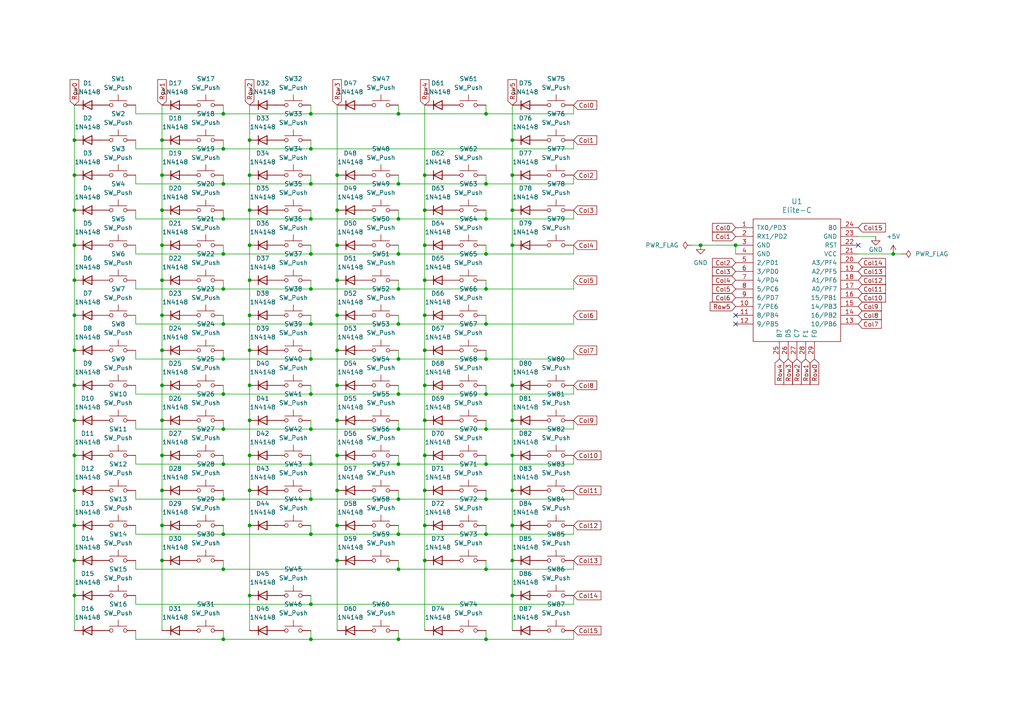
<source format=kicad_sch>
(kicad_sch (version 20231120) (generator "eeschema") (generator_version "8.0")
  (paper "A4")
  (title_block (title "Post-Mech Compact w/Stagger 6U") (date "2024-04-09") (rev "1.1") (company "Quixotic Keyboards, LLC"))
  (lib_symbols
    (symbol "Diode:1N4148" (pin_numbers hide) (pin_names hide)
      (property "Reference" "D" (at 0 2.54 0))
      (property "Value" "1N4148" (at 0 -2.54 0))
      (symbol "1N4148_1_1"
        (pin passive line (at -3.81 0 0) (length 2.54) (name "K") (number "1"))
        (pin passive line (at 3.81 0 180) (length 2.54) (name "A") (number "2"))
      )
    )
    (symbol "Keebio_MCU:Elite-C" (pin_names (offset 1.016))
      (property "Reference" "U" (at 0 0 0))
      (property "Value" "Elite-C" (at 0 2.54 0))
      (symbol "Elite-C_1_1"
        (pin input line (at -17.78 13.97 0) (length 5.08) (name "TX0/PD3") (number "1"))
        (pin input line (at -17.78 -8.89 0) (length 5.08) (name "7/PE6") (number "10"))
        (pin input line (at -17.78 -11.43 0) (length 5.08) (name "8/PB4") (number "11"))
        (pin input line (at -17.78 -13.97 0) (length 5.08) (name "9/PB5") (number "12"))
        (pin input line (at 17.78 -13.97 180) (length 5.08) (name "10/PB6") (number "13"))
        (pin input line (at 17.78 -11.43 180) (length 5.08) (name "16/PB2") (number "14"))
        (pin input line (at 17.78 -8.89 180) (length 5.08) (name "14/PB3") (number "15"))
        (pin input line (at 17.78 -6.35 180) (length 5.08) (name "15/PB1") (number "16"))
        (pin input line (at 17.78 -3.81 180) (length 5.08) (name "A0/PF7") (number "17"))
        (pin input line (at 17.78 -1.27 180) (length 5.08) (name "A1/PF6") (number "18"))
        (pin input line (at 17.78 1.27 180) (length 5.08) (name "A2/PF5") (number "19"))
        (pin input line (at -17.78 11.43 0) (length 5.08) (name "RX1/PD2") (number "2"))
        (pin input line (at 17.78 3.81 180) (length 5.08) (name "A3/PF4") (number "20"))
        (pin input line (at 17.78 6.35 180) (length 5.08) (name "VCC") (number "21"))
        (pin input line (at 17.78 8.89 180) (length 5.08) (name "RST") (number "22"))
        (pin input line (at 17.78 11.43 180) (length 5.08) (name "GND") (number "23"))
        (pin input line (at 17.78 13.97 180) (length 5.08) (name "B0") (number "24"))
        (pin input line (at -5.08 -24.13 90) (length 5.08) (name "B7") (number "25"))
        (pin input line (at -2.54 -24.13 90) (length 5.08) (name "D5") (number "26"))
        (pin input line (at 0 -24.13 90) (length 5.08) (name "C7") (number "27"))
        (pin input line (at 2.54 -24.13 90) (length 5.08) (name "F1") (number "28"))
        (pin input line (at 5.08 -24.13 90) (length 5.08) (name "F0") (number "29"))
        (pin input line (at -17.78 8.89 0) (length 5.08) (name "GND") (number "3"))
        (pin input line (at -17.78 6.35 0) (length 5.08) (name "GND") (number "4"))
        (pin input line (at -17.78 3.81 0) (length 5.08) (name "2/PD1") (number "5"))
        (pin input line (at -17.78 1.27 0) (length 5.08) (name "3/PD0") (number "6"))
        (pin input line (at -17.78 -1.27 0) (length 5.08) (name "4/PD4") (number "7"))
        (pin input line (at -17.78 -3.81 0) (length 5.08) (name "5/PC6") (number "8"))
        (pin input line (at -17.78 -6.35 0) (length 5.08) (name "6/PD7") (number "9"))
      )
    )
    (symbol "Switch:SW_Push" (pin_numbers hide) (pin_names (offset 1.016) hide)
      (property "Reference" "SW" (at 1.27 2.54 0))
      (property "Value" "SW_Push" (at 0 -1.524 0))
      (symbol "SW_Push_0_1"
        (pin passive line (at -5.08 0 0) (length 2.54) (name "1") (number "1"))
        (pin passive line (at 5.08 0 180) (length 2.54) (name "2") (number "2"))
      )
    )
    (symbol "power:+5V" (power) (pin_numbers hide) (pin_names (offset 0) hide)
      (property "Value" "+5V" (at 0 3.556 0))
      (symbol "+5V_1_1"
        (pin power_in line (at 0 0 90) (length 0) (name "~") (number "1"))
      )
    )
    (symbol "power:GND" (power) (pin_numbers hide) (pin_names (offset 0) hide)
      (property "Value" "GND" (at 0 -3.81 0))
      (symbol "GND_1_1"
        (pin power_in line (at 0 0 270) (length 0) (name "~") (number "1"))
      )
    )
    (symbol "power:PWR_FLAG" (power) (pin_numbers hide) (pin_names (offset 0) hide)
      (property "Value" "PWR_FLAG" (at 0 3.81 0))
      (symbol "PWR_FLAG_0_0"
        (pin power_out line (at 0 0 90) (length 0) (name "~") (number "1"))
      )
    )
  )
  (junction (at 259.08 73.66))
  (junction (at 97.79 101.6))
  (junction (at 140.97 185.42))
  (junction (at 97.79 81.28))
  (junction (at 140.97 83.82))
  (junction (at 115.57 154.94))
  (junction (at 64.77 124.46))
  (junction (at 64.77 134.62))
  (junction (at 90.17 104.14))
  (junction (at 90.17 93.98))
  (junction (at 115.57 53.34))
  (junction (at 72.39 152.4))
  (junction (at 140.97 63.5))
  (junction (at 123.19 142.24))
  (junction (at 90.17 124.46))
  (junction (at 148.59 132.08))
  (junction (at 46.99 152.4))
  (junction (at 46.99 101.6))
  (junction (at 97.79 60.96))
  (junction (at 90.17 185.42))
  (junction (at 64.77 93.98))
  (junction (at 72.39 111.76))
  (junction (at 72.39 121.92))
  (junction (at 72.39 71.12))
  (junction (at 46.99 132.08))
  (junction (at 21.59 121.92))
  (junction (at 21.59 162.56))
  (junction (at 72.39 101.6))
  (junction (at 123.19 101.6))
  (junction (at 72.39 60.96))
  (junction (at 115.57 144.78))
  (junction (at 203.2 71.12))
  (junction (at 90.17 53.34))
  (junction (at 46.99 142.24))
  (junction (at 123.19 60.96))
  (junction (at 148.59 152.4))
  (junction (at 72.39 91.44))
  (junction (at 64.77 53.34))
  (junction (at 64.77 185.42))
  (junction (at 115.57 83.82))
  (junction (at 21.59 142.24))
  (junction (at 21.59 91.44))
  (junction (at 115.57 33.02))
  (junction (at 115.57 114.3))
  (junction (at 46.99 50.8))
  (junction (at 115.57 185.42))
  (junction (at 90.17 114.3))
  (junction (at 123.19 111.76))
  (junction (at 97.79 162.56))
  (junction (at 90.17 154.94))
  (junction (at 46.99 91.44))
  (junction (at 123.19 50.8))
  (junction (at 46.99 121.92))
  (junction (at 140.97 154.94))
  (junction (at 46.99 81.28))
  (junction (at 21.59 50.8))
  (junction (at 90.17 33.02))
  (junction (at 64.77 104.14))
  (junction (at 97.79 111.76))
  (junction (at 115.57 124.46))
  (junction (at 90.17 175.26))
  (junction (at 46.99 40.64))
  (junction (at 64.77 165.1))
  (junction (at 140.97 114.3))
  (junction (at 90.17 134.62))
  (junction (at 46.99 60.96))
  (junction (at 123.19 132.08))
  (junction (at 140.97 73.66))
  (junction (at 148.59 172.72))
  (junction (at 21.59 81.28))
  (junction (at 21.59 101.6))
  (junction (at 148.59 162.56))
  (junction (at 90.17 43.18))
  (junction (at 148.59 50.8))
  (junction (at 123.19 81.28))
  (junction (at 64.77 83.82))
  (junction (at 97.79 142.24))
  (junction (at 97.79 50.8))
  (junction (at 21.59 152.4))
  (junction (at 21.59 60.96))
  (junction (at 46.99 162.56))
  (junction (at 148.59 71.12))
  (junction (at 64.77 154.94))
  (junction (at 213.36 71.12))
  (junction (at 97.79 152.4))
  (junction (at 140.97 144.78))
  (junction (at 115.57 93.98))
  (junction (at 72.39 172.72))
  (junction (at 115.57 63.5))
  (junction (at 115.57 165.1))
  (junction (at 140.97 93.98))
  (junction (at 21.59 132.08))
  (junction (at 97.79 121.92))
  (junction (at 72.39 81.28))
  (junction (at 21.59 172.72))
  (junction (at 90.17 63.5))
  (junction (at 46.99 111.76))
  (junction (at 148.59 111.76))
  (junction (at 115.57 134.62))
  (junction (at 148.59 142.24))
  (junction (at 64.77 114.3))
  (junction (at 21.59 111.76))
  (junction (at 90.17 83.82))
  (junction (at 115.57 104.14))
  (junction (at 140.97 134.62))
  (junction (at 140.97 53.34))
  (junction (at 123.19 152.4))
  (junction (at 46.99 71.12))
  (junction (at 148.59 60.96))
  (junction (at 140.97 165.1))
  (junction (at 123.19 162.56))
  (junction (at 64.77 33.02))
  (junction (at 140.97 33.02))
  (junction (at 90.17 73.66))
  (junction (at 64.77 144.78))
  (junction (at 64.77 73.66))
  (junction (at 123.19 91.44))
  (junction (at 64.77 43.18))
  (junction (at 97.79 71.12))
  (junction (at 148.59 40.64))
  (junction (at 64.77 63.5))
  (junction (at 21.59 71.12))
  (junction (at 21.59 40.64))
  (junction (at 115.57 73.66))
  (junction (at 148.59 121.92))
  (junction (at 72.39 40.64))
  (junction (at 97.79 91.44))
  (junction (at 140.97 104.14))
  (junction (at 90.17 144.78))
  (junction (at 72.39 50.8))
  (junction (at 123.19 121.92))
  (junction (at 123.19 71.12))
  (junction (at 72.39 142.24))
  (junction (at 72.39 132.08))
  (junction (at 97.79 132.08))
  (junction (at 140.97 124.46))
  (no_connect (at 248.92 71.12))
  (no_connect (at 213.36 93.98))
  (no_connect (at 213.36 91.44))
  (wire (pts (xy 21.59 81.28) (xy 21.59 91.44)))
  (wire (pts (xy 90.17 81.28) (xy 90.17 83.82)))
  (wire (pts (xy 90.17 83.82) (xy 115.57 83.82)))
  (wire (pts (xy 140.97 104.14) (xy 166.37 104.14)))
  (wire (pts (xy 97.79 152.4) (xy 97.79 162.56)))
  (wire (pts (xy 46.99 50.8) (xy 46.99 60.96)))
  (wire (pts (xy 90.17 91.44) (xy 90.17 93.98)))
  (wire (pts (xy 115.57 142.24) (xy 115.57 144.78)))
  (wire (pts (xy 64.77 73.66) (xy 90.17 73.66)))
  (wire (pts (xy 90.17 73.66) (xy 115.57 73.66)))
  (wire (pts (xy 97.79 162.56) (xy 97.79 182.88)))
  (wire (pts (xy 46.99 101.6) (xy 46.99 111.76)))
  (wire (pts (xy 21.59 142.24) (xy 21.59 152.4)))
  (wire (pts (xy 64.77 154.94) (xy 90.17 154.94)))
  (wire (pts (xy 140.97 165.1) (xy 166.37 165.1)))
  (wire (pts (xy 64.77 53.34) (xy 90.17 53.34)))
  (wire (pts (xy 72.39 101.6) (xy 72.39 111.76)))
  (wire (pts (xy 166.37 111.76) (xy 166.37 114.3)))
  (wire (pts (xy 39.37 53.34) (xy 64.77 53.34)))
  (wire (pts (xy 39.37 114.3) (xy 64.77 114.3)))
  (wire (pts (xy 39.37 172.72) (xy 39.37 175.26)))
  (wire (pts (xy 140.97 71.12) (xy 140.97 73.66)))
  (wire (pts (xy 21.59 71.12) (xy 21.59 81.28)))
  (wire (pts (xy 39.37 134.62) (xy 64.77 134.62)))
  (wire (pts (xy 140.97 81.28) (xy 140.97 83.82)))
  (wire (pts (xy 21.59 101.6) (xy 21.59 111.76)))
  (wire (pts (xy 39.37 81.28) (xy 39.37 83.82)))
  (wire (pts (xy 64.77 81.28) (xy 64.77 83.82)))
  (wire (pts (xy 140.97 60.96) (xy 140.97 63.5)))
  (wire (pts (xy 115.57 132.08) (xy 115.57 134.62)))
  (wire (pts (xy 39.37 182.88) (xy 39.37 185.42)))
  (wire (pts (xy 64.77 165.1) (xy 115.57 165.1)))
  (wire (pts (xy 213.36 71.12) (xy 213.36 73.66)))
  (wire (pts (xy 115.57 134.62) (xy 140.97 134.62)))
  (wire (pts (xy 90.17 124.46) (xy 115.57 124.46)))
  (wire (pts (xy 166.37 162.56) (xy 166.37 165.1)))
  (wire (pts (xy 39.37 152.4) (xy 39.37 154.94)))
  (wire (pts (xy 166.37 142.24) (xy 166.37 144.78)))
  (wire (pts (xy 140.97 93.98) (xy 166.37 93.98)))
  (wire (pts (xy 39.37 154.94) (xy 64.77 154.94)))
  (wire (pts (xy 90.17 185.42) (xy 115.57 185.42)))
  (wire (pts (xy 115.57 111.76) (xy 115.57 114.3)))
  (wire (pts (xy 46.99 152.4) (xy 46.99 162.56)))
  (wire (pts (xy 64.77 121.92) (xy 64.77 124.46)))
  (wire (pts (xy 21.59 30.48) (xy 21.59 40.64)))
  (wire (pts (xy 21.59 60.96) (xy 21.59 71.12)))
  (wire (pts (xy 115.57 165.1) (xy 140.97 165.1)))
  (wire (pts (xy 90.17 50.8) (xy 90.17 53.34)))
  (wire (pts (xy 39.37 40.64) (xy 39.37 43.18)))
  (wire (pts (xy 90.17 53.34) (xy 115.57 53.34)))
  (wire (pts (xy 90.17 101.6) (xy 90.17 104.14)))
  (wire (pts (xy 64.77 63.5) (xy 90.17 63.5)))
  (wire (pts (xy 166.37 101.6) (xy 166.37 104.14)))
  (wire (pts (xy 39.37 185.42) (xy 64.77 185.42)))
  (wire (pts (xy 72.39 71.12) (xy 72.39 81.28)))
  (wire (pts (xy 72.39 132.08) (xy 72.39 142.24)))
  (wire (pts (xy 46.99 162.56) (xy 46.99 182.88)))
  (wire (pts (xy 72.39 91.44) (xy 72.39 101.6)))
  (wire (pts (xy 123.19 91.44) (xy 123.19 101.6)))
  (wire (pts (xy 64.77 93.98) (xy 90.17 93.98)))
  (wire (pts (xy 90.17 104.14) (xy 115.57 104.14)))
  (wire (pts (xy 90.17 172.72) (xy 90.17 175.26)))
  (wire (pts (xy 90.17 175.26) (xy 166.37 175.26)))
  (wire (pts (xy 46.99 60.96) (xy 46.99 71.12)))
  (wire (pts (xy 72.39 121.92) (xy 72.39 132.08)))
  (wire (pts (xy 97.79 50.8) (xy 97.79 60.96)))
  (wire (pts (xy 166.37 30.48) (xy 166.37 33.02)))
  (wire (pts (xy 90.17 121.92) (xy 90.17 124.46)))
  (wire (pts (xy 148.59 162.56) (xy 148.59 172.72)))
  (wire (pts (xy 64.77 40.64) (xy 64.77 43.18)))
  (wire (pts (xy 115.57 33.02) (xy 140.97 33.02)))
  (wire (pts (xy 21.59 50.8) (xy 21.59 60.96)))
  (wire (pts (xy 64.77 104.14) (xy 90.17 104.14)))
  (wire (pts (xy 140.97 53.34) (xy 166.37 53.34)))
  (wire (pts (xy 46.99 71.12) (xy 46.99 81.28)))
  (wire (pts (xy 39.37 93.98) (xy 64.77 93.98)))
  (wire (pts (xy 123.19 111.76) (xy 123.19 121.92)))
  (wire (pts (xy 39.37 111.76) (xy 39.37 114.3)))
  (wire (pts (xy 46.99 91.44) (xy 46.99 101.6)))
  (wire (pts (xy 72.39 172.72) (xy 72.39 182.88)))
  (wire (pts (xy 140.97 121.92) (xy 140.97 124.46)))
  (wire (pts (xy 115.57 91.44) (xy 115.57 93.98)))
  (wire (pts (xy 140.97 152.4) (xy 140.97 154.94)))
  (wire (pts (xy 46.99 111.76) (xy 46.99 121.92)))
  (wire (pts (xy 97.79 142.24) (xy 97.79 152.4)))
  (wire (pts (xy 140.97 63.5) (xy 166.37 63.5)))
  (wire (pts (xy 248.92 73.66) (xy 259.08 73.66)))
  (wire (pts (xy 39.37 124.46) (xy 64.77 124.46)))
  (wire (pts (xy 140.97 91.44) (xy 140.97 93.98)))
  (wire (pts (xy 64.77 83.82) (xy 90.17 83.82)))
  (wire (pts (xy 115.57 152.4) (xy 115.57 154.94)))
  (wire (pts (xy 72.39 142.24) (xy 72.39 152.4)))
  (wire (pts (xy 123.19 162.56) (xy 123.19 182.88)))
  (wire (pts (xy 200.66 71.12) (xy 203.2 71.12)))
  (wire (pts (xy 90.17 30.48) (xy 90.17 33.02)))
  (wire (pts (xy 123.19 50.8) (xy 123.19 60.96)))
  (wire (pts (xy 115.57 71.12) (xy 115.57 73.66)))
  (wire (pts (xy 90.17 71.12) (xy 90.17 73.66)))
  (wire (pts (xy 115.57 81.28) (xy 115.57 83.82)))
  (wire (pts (xy 39.37 142.24) (xy 39.37 144.78)))
  (wire (pts (xy 64.77 132.08) (xy 64.77 134.62)))
  (wire (pts (xy 39.37 33.02) (xy 64.77 33.02)))
  (wire (pts (xy 166.37 71.12) (xy 166.37 73.66)))
  (wire (pts (xy 115.57 154.94) (xy 140.97 154.94)))
  (wire (pts (xy 115.57 124.46) (xy 140.97 124.46)))
  (wire (pts (xy 115.57 182.88) (xy 115.57 185.42)))
  (wire (pts (xy 90.17 43.18) (xy 166.37 43.18)))
  (wire (pts (xy 148.59 71.12) (xy 148.59 111.76)))
  (wire (pts (xy 140.97 33.02) (xy 166.37 33.02)))
  (wire (pts (xy 39.37 83.82) (xy 64.77 83.82)))
  (wire (pts (xy 123.19 60.96) (xy 123.19 71.12)))
  (wire (pts (xy 261.62 73.66) (xy 259.08 73.66)))
  (wire (pts (xy 148.59 60.96) (xy 148.59 71.12)))
  (wire (pts (xy 166.37 40.64) (xy 166.37 43.18)))
  (wire (pts (xy 140.97 154.94) (xy 166.37 154.94)))
  (wire (pts (xy 140.97 134.62) (xy 166.37 134.62)))
  (wire (pts (xy 21.59 40.64) (xy 21.59 50.8)))
  (wire (pts (xy 46.99 81.28) (xy 46.99 91.44)))
  (wire (pts (xy 115.57 60.96) (xy 115.57 63.5)))
  (wire (pts (xy 140.97 182.88) (xy 140.97 185.42)))
  (wire (pts (xy 21.59 162.56) (xy 21.59 172.72)))
  (wire (pts (xy 64.77 124.46) (xy 90.17 124.46)))
  (wire (pts (xy 97.79 121.92) (xy 97.79 132.08)))
  (wire (pts (xy 97.79 60.96) (xy 97.79 71.12)))
  (wire (pts (xy 64.77 144.78) (xy 90.17 144.78)))
  (wire (pts (xy 39.37 101.6) (xy 39.37 104.14)))
  (wire (pts (xy 72.39 81.28) (xy 72.39 91.44)))
  (wire (pts (xy 64.77 71.12) (xy 64.77 73.66)))
  (wire (pts (xy 64.77 91.44) (xy 64.77 93.98)))
  (wire (pts (xy 90.17 142.24) (xy 90.17 144.78)))
  (wire (pts (xy 166.37 50.8) (xy 166.37 53.34)))
  (wire (pts (xy 21.59 132.08) (xy 21.59 142.24)))
  (wire (pts (xy 21.59 121.92) (xy 21.59 132.08)))
  (wire (pts (xy 140.97 83.82) (xy 115.57 83.82)))
  (wire (pts (xy 140.97 73.66) (xy 166.37 73.66)))
  (wire (pts (xy 64.77 162.56) (xy 64.77 165.1)))
  (wire (pts (xy 97.79 132.08) (xy 97.79 142.24)))
  (wire (pts (xy 90.17 154.94) (xy 115.57 154.94)))
  (wire (pts (xy 39.37 30.48) (xy 39.37 33.02)))
  (wire (pts (xy 97.79 30.48) (xy 97.79 50.8)))
  (wire (pts (xy 64.77 33.02) (xy 90.17 33.02)))
  (wire (pts (xy 46.99 30.48) (xy 46.99 40.64)))
  (wire (pts (xy 140.97 30.48) (xy 140.97 33.02)))
  (wire (pts (xy 39.37 162.56) (xy 39.37 165.1)))
  (wire (pts (xy 123.19 142.24) (xy 123.19 152.4)))
  (wire (pts (xy 123.19 71.12) (xy 123.19 81.28)))
  (wire (pts (xy 46.99 142.24) (xy 46.99 152.4)))
  (wire (pts (xy 90.17 144.78) (xy 115.57 144.78)))
  (wire (pts (xy 72.39 152.4) (xy 72.39 172.72)))
  (wire (pts (xy 115.57 50.8) (xy 115.57 53.34)))
  (wire (pts (xy 90.17 132.08) (xy 90.17 134.62)))
  (wire (pts (xy 46.99 132.08) (xy 46.99 142.24)))
  (wire (pts (xy 148.59 142.24) (xy 148.59 152.4)))
  (wire (pts (xy 46.99 40.64) (xy 46.99 50.8)))
  (wire (pts (xy 140.97 142.24) (xy 140.97 144.78)))
  (wire (pts (xy 39.37 144.78) (xy 64.77 144.78)))
  (wire (pts (xy 166.37 81.28) (xy 166.37 83.82)))
  (wire (pts (xy 64.77 43.18) (xy 90.17 43.18)))
  (wire (pts (xy 115.57 185.42) (xy 140.97 185.42)))
  (wire (pts (xy 39.37 63.5) (xy 64.77 63.5)))
  (wire (pts (xy 148.59 121.92) (xy 148.59 132.08)))
  (wire (pts (xy 64.77 114.3) (xy 90.17 114.3)))
  (wire (pts (xy 64.77 142.24) (xy 64.77 144.78)))
  (wire (pts (xy 90.17 182.88) (xy 90.17 185.42)))
  (wire (pts (xy 64.77 50.8) (xy 64.77 53.34)))
  (wire (pts (xy 97.79 81.28) (xy 97.79 91.44)))
  (wire (pts (xy 166.37 91.44) (xy 166.37 93.98)))
  (wire (pts (xy 115.57 73.66) (xy 140.97 73.66)))
  (wire (pts (xy 72.39 30.48) (xy 72.39 40.64)))
  (wire (pts (xy 140.97 132.08) (xy 140.97 134.62)))
  (wire (pts (xy 90.17 33.02) (xy 115.57 33.02)))
  (wire (pts (xy 64.77 30.48) (xy 64.77 33.02)))
  (wire (pts (xy 90.17 63.5) (xy 115.57 63.5)))
  (wire (pts (xy 140.97 185.42) (xy 166.37 185.42)))
  (wire (pts (xy 21.59 172.72) (xy 21.59 182.88)))
  (wire (pts (xy 123.19 101.6) (xy 123.19 111.76)))
  (wire (pts (xy 123.19 30.48) (xy 123.19 50.8)))
  (wire (pts (xy 115.57 101.6) (xy 115.57 104.14)))
  (wire (pts (xy 123.19 121.92) (xy 123.19 132.08)))
  (wire (pts (xy 39.37 71.12) (xy 39.37 73.66)))
  (wire (pts (xy 72.39 50.8) (xy 72.39 60.96)))
  (wire (pts (xy 148.59 152.4) (xy 148.59 162.56)))
  (wire (pts (xy 39.37 73.66) (xy 64.77 73.66)))
  (wire (pts (xy 72.39 60.96) (xy 72.39 71.12)))
  (wire (pts (xy 64.77 134.62) (xy 90.17 134.62)))
  (wire (pts (xy 90.17 111.76) (xy 90.17 114.3)))
  (wire (pts (xy 39.37 91.44) (xy 39.37 93.98)))
  (wire (pts (xy 115.57 53.34) (xy 140.97 53.34)))
  (wire (pts (xy 46.99 121.92) (xy 46.99 132.08)))
  (wire (pts (xy 115.57 63.5) (xy 140.97 63.5)))
  (wire (pts (xy 123.19 81.28) (xy 123.19 91.44)))
  (wire (pts (xy 90.17 60.96) (xy 90.17 63.5)))
  (wire (pts (xy 72.39 40.64) (xy 72.39 50.8)))
  (wire (pts (xy 39.37 121.92) (xy 39.37 124.46)))
  (wire (pts (xy 115.57 30.48) (xy 115.57 33.02)))
  (wire (pts (xy 97.79 111.76) (xy 97.79 121.92)))
  (wire (pts (xy 148.59 30.48) (xy 148.59 40.64)))
  (wire (pts (xy 97.79 71.12) (xy 97.79 81.28)))
  (wire (pts (xy 115.57 144.78) (xy 140.97 144.78)))
  (wire (pts (xy 64.77 152.4) (xy 64.77 154.94)))
  (wire (pts (xy 140.97 111.76) (xy 140.97 114.3)))
  (wire (pts (xy 248.92 68.58) (xy 254 68.58)))
  (wire (pts (xy 166.37 121.92) (xy 166.37 124.46)))
  (wire (pts (xy 64.77 111.76) (xy 64.77 114.3)))
  (wire (pts (xy 115.57 104.14) (xy 140.97 104.14)))
  (wire (pts (xy 140.97 83.82) (xy 166.37 83.82)))
  (wire (pts (xy 21.59 91.44) (xy 21.59 101.6)))
  (wire (pts (xy 64.77 60.96) (xy 64.77 63.5)))
  (wire (pts (xy 140.97 114.3) (xy 166.37 114.3)))
  (wire (pts (xy 140.97 124.46) (xy 166.37 124.46)))
  (wire (pts (xy 166.37 132.08) (xy 166.37 134.62)))
  (wire (pts (xy 90.17 134.62) (xy 115.57 134.62)))
  (wire (pts (xy 148.59 50.8) (xy 148.59 60.96)))
  (wire (pts (xy 64.77 182.88) (xy 64.77 185.42)))
  (wire (pts (xy 123.19 152.4) (xy 123.19 162.56)))
  (wire (pts (xy 115.57 93.98) (xy 140.97 93.98)))
  (wire (pts (xy 166.37 60.96) (xy 166.37 63.5)))
  (wire (pts (xy 97.79 101.6) (xy 97.79 111.76)))
  (wire (pts (xy 166.37 152.4) (xy 166.37 154.94)))
  (wire (pts (xy 148.59 172.72) (xy 148.59 182.88)))
  (wire (pts (xy 90.17 114.3) (xy 115.57 114.3)))
  (wire (pts (xy 39.37 165.1) (xy 64.77 165.1)))
  (wire (pts (xy 39.37 104.14) (xy 64.77 104.14)))
  (wire (pts (xy 90.17 40.64) (xy 90.17 43.18)))
  (wire (pts (xy 39.37 132.08) (xy 39.37 134.62)))
  (wire (pts (xy 64.77 185.42) (xy 90.17 185.42)))
  (wire (pts (xy 90.17 93.98) (xy 115.57 93.98)))
  (wire (pts (xy 123.19 132.08) (xy 123.19 142.24)))
  (wire (pts (xy 21.59 111.76) (xy 21.59 121.92)))
  (wire (pts (xy 115.57 121.92) (xy 115.57 124.46)))
  (wire (pts (xy 64.77 101.6) (xy 64.77 104.14)))
  (wire (pts (xy 39.37 43.18) (xy 64.77 43.18)))
  (wire (pts (xy 115.57 162.56) (xy 115.57 165.1)))
  (wire (pts (xy 148.59 111.76) (xy 148.59 121.92)))
  (wire (pts (xy 148.59 132.08) (xy 148.59 142.24)))
  (wire (pts (xy 97.79 91.44) (xy 97.79 101.6)))
  (wire (pts (xy 140.97 101.6) (xy 140.97 104.14)))
  (wire (pts (xy 166.37 172.72) (xy 166.37 175.26)))
  (wire (pts (xy 39.37 50.8) (xy 39.37 53.34)))
  (wire (pts (xy 140.97 162.56) (xy 140.97 165.1)))
  (wire (pts (xy 90.17 152.4) (xy 90.17 154.94)))
  (wire (pts (xy 39.37 60.96) (xy 39.37 63.5)))
  (wire (pts (xy 72.39 111.76) (xy 72.39 121.92)))
  (wire (pts (xy 140.97 144.78) (xy 166.37 144.78)))
  (wire (pts (xy 39.37 175.26) (xy 90.17 175.26)))
  (wire (pts (xy 115.57 114.3) (xy 140.97 114.3)))
  (wire (pts (xy 140.97 50.8) (xy 140.97 53.34)))
  (wire (pts (xy 148.59 40.64) (xy 148.59 50.8)))
  (wire (pts (xy 21.59 152.4) (xy 21.59 162.56)))
  (wire (pts (xy 166.37 182.88) (xy 166.37 185.42)))
  (wire (pts (xy 203.2 71.12) (xy 213.36 71.12)))
  (global_label "Row0" (shape input) (at 21.59 30.48 90) (property "Intersheetrefs" "${INTERSHEET_REFS}" (effects (hide yes))))
  (global_label "Col3" (shape input) (at 213.36 78.74 180) (property "Intersheetrefs" "${INTERSHEET_REFS}" (effects (hide yes))))
  (global_label "Col7" (shape input) (at 166.37 101.6 0) (property "Intersheetrefs" "${INTERSHEET_REFS}" (effects (hide yes))))
  (global_label "Col12" (shape input) (at 248.92 81.28 0) (property "Intersheetrefs" "${INTERSHEET_REFS}" (effects (hide yes))))
  (global_label "Row4" (shape input) (at 123.19 30.48 90) (property "Intersheetrefs" "${INTERSHEET_REFS}" (effects (hide yes))))
  (global_label "Col12" (shape input) (at 166.37 152.4 0) (property "Intersheetrefs" "${INTERSHEET_REFS}" (effects (hide yes))))
  (global_label "Row3" (shape input) (at 97.79 30.48 90) (property "Intersheetrefs" "${INTERSHEET_REFS}" (effects (hide yes))))
  (global_label "Col14" (shape input) (at 248.92 76.2 0) (property "Intersheetrefs" "${INTERSHEET_REFS}" (effects (hide yes))))
  (global_label "Row5" (shape input) (at 148.59 30.48 90) (property "Intersheetrefs" "${INTERSHEET_REFS}" (effects (hide yes))))
  (global_label "Col4" (shape input) (at 166.37 71.12 0) (property "Intersheetrefs" "${INTERSHEET_REFS}" (effects (hide yes))))
  (global_label "Col9" (shape input) (at 166.37 121.92 0) (property "Intersheetrefs" "${INTERSHEET_REFS}" (effects (hide yes))))
  (global_label "Row2" (shape input) (at 231.14 104.14 270) (property "Intersheetrefs" "${INTERSHEET_REFS}" (effects (hide yes))))
  (global_label "Col4" (shape input) (at 213.36 81.28 180) (property "Intersheetrefs" "${INTERSHEET_REFS}" (effects (hide yes))))
  (global_label "Row4" (shape input) (at 226.06 104.14 270) (property "Intersheetrefs" "${INTERSHEET_REFS}" (effects (hide yes))))
  (global_label "Col3" (shape input) (at 166.37 60.96 0) (property "Intersheetrefs" "${INTERSHEET_REFS}" (effects (hide yes))))
  (global_label "Col1" (shape input) (at 166.37 40.64 0) (property "Intersheetrefs" "${INTERSHEET_REFS}" (effects (hide yes))))
  (global_label "Col15" (shape input) (at 248.92 66.04 0) (property "Intersheetrefs" "${INTERSHEET_REFS}" (effects (hide yes))))
  (global_label "Col14" (shape input) (at 166.37 172.72 0) (property "Intersheetrefs" "${INTERSHEET_REFS}" (effects (hide yes))))
  (global_label "Col2" (shape input) (at 213.36 76.2 180) (property "Intersheetrefs" "${INTERSHEET_REFS}" (effects (hide yes))))
  (global_label "Col10" (shape input) (at 166.37 132.08 0) (property "Intersheetrefs" "${INTERSHEET_REFS}" (effects (hide yes))))
  (global_label "Row0" (shape input) (at 236.22 104.14 270) (property "Intersheetrefs" "${INTERSHEET_REFS}" (effects (hide yes))))
  (global_label "Col5" (shape input) (at 213.36 83.82 180) (property "Intersheetrefs" "${INTERSHEET_REFS}" (effects (hide yes))))
  (global_label "Col0" (shape input) (at 166.37 30.48 0) (property "Intersheetrefs" "${INTERSHEET_REFS}" (effects (hide yes))))
  (global_label "Col0" (shape input) (at 213.36 66.04 180) (property "Intersheetrefs" "${INTERSHEET_REFS}" (effects (hide yes))))
  (global_label "Col1" (shape input) (at 213.36 68.58 180) (property "Intersheetrefs" "${INTERSHEET_REFS}" (effects (hide yes))))
  (global_label "Row1" (shape input) (at 46.99 30.48 90) (property "Intersheetrefs" "${INTERSHEET_REFS}" (effects (hide yes))))
  (global_label "Col5" (shape input) (at 166.37 81.28 0) (property "Intersheetrefs" "${INTERSHEET_REFS}" (effects (hide yes))))
  (global_label "Row2" (shape input) (at 72.39 30.48 90) (property "Intersheetrefs" "${INTERSHEET_REFS}" (effects (hide yes))))
  (global_label "Col8" (shape input) (at 248.92 91.44 0) (property "Intersheetrefs" "${INTERSHEET_REFS}" (effects (hide yes))))
  (global_label "Col11" (shape input) (at 248.92 83.82 0) (property "Intersheetrefs" "${INTERSHEET_REFS}" (effects (hide yes))))
  (global_label "Row1" (shape input) (at 233.68 104.14 270) (property "Intersheetrefs" "${INTERSHEET_REFS}" (effects (hide yes))))
  (global_label "Col10" (shape input) (at 248.92 86.36 0) (property "Intersheetrefs" "${INTERSHEET_REFS}" (effects (hide yes))))
  (global_label "Col9" (shape input) (at 248.92 88.9 0) (property "Intersheetrefs" "${INTERSHEET_REFS}" (effects (hide yes))))
  (global_label "Col11" (shape input) (at 166.37 142.24 0) (property "Intersheetrefs" "${INTERSHEET_REFS}" (effects (hide yes))))
  (global_label "Col13" (shape input) (at 248.92 78.74 0) (property "Intersheetrefs" "${INTERSHEET_REFS}" (effects (hide yes))))
  (global_label "Row3" (shape input) (at 228.6 104.14 270) (property "Intersheetrefs" "${INTERSHEET_REFS}" (effects (hide yes))))
  (global_label "Col8" (shape input) (at 166.37 111.76 0) (property "Intersheetrefs" "${INTERSHEET_REFS}" (effects (hide yes))))
  (global_label "Col15" (shape input) (at 166.37 182.88 0) (property "Intersheetrefs" "${INTERSHEET_REFS}" (effects (hide yes))))
  (global_label "Col6" (shape input) (at 166.37 91.44 0) (property "Intersheetrefs" "${INTERSHEET_REFS}" (effects (hide yes))))
  (global_label "Col6" (shape input) (at 213.36 86.36 180) (property "Intersheetrefs" "${INTERSHEET_REFS}" (effects (hide yes))))
  (global_label "Col7" (shape input) (at 248.92 93.98 0) (property "Intersheetrefs" "${INTERSHEET_REFS}" (effects (hide yes))))
  (global_label "Row5" (shape input) (at 213.36 88.9 180) (property "Intersheetrefs" "${INTERSHEET_REFS}" (effects (hide yes))))
  (global_label "Col13" (shape input) (at 166.37 162.56 0) (property "Intersheetrefs" "${INTERSHEET_REFS}" (effects (hide yes))))
  (global_label "Col2" (shape input) (at 166.37 50.8 0) (property "Intersheetrefs" "${INTERSHEET_REFS}" (effects (hide yes))))
  (symbol (lib_id "Switch:SW_Push") (at 135.89 81.28 0) (unit 1)
    (property "Reference" "SW65" (at 135.89 73.66 0))
    (property "Value" "SW_Push" (at 135.89 76.2 0))
    (property "Footprint" "Button_Switch_Keyboard:SW_Cherry_MX_1.00u_PCB" (effects (hide yes)))
    (property "Description" "Push button switch, generic, two pins" (effects (hide yes)))
  )
  (symbol (lib_id "Diode:1N4148") (at 101.6 142.24 0) (unit 1)
    (property "Reference" "D57" (at 101.6 135.89 0))
    (property "Value" "1N4148" (at 101.6 138.43 0))
    (property "Footprint" "Diode_THT:D_DO-35_SOD27_P7.62mm_Horizontal" (effects (hide yes)))
    (property "Datasheet" "https://assets.nexperia.com/documents/data-sheet/1N4148_1N4448.pdf" (effects (hide yes)))
    (property "Description" "100V 0.15A standard switching diode, DO-35" (effects (hide yes)))
    (property "Sim.Device" "D" (effects (hide yes)))
    (property "Sim.Pins" "1=K 2=A" (effects (hide yes)))
  )
  (symbol (lib_id "Diode:1N4148") (at 76.2 81.28 0) (unit 1)
    (property "Reference" "D37" (at 76.2 74.93 0))
    (property "Value" "1N4148" (at 76.2 77.47 0))
    (property "Footprint" "Diode_THT:D_DO-35_SOD27_P7.62mm_Horizontal" (effects (hide yes)))
    (property "Datasheet" "https://assets.nexperia.com/documents/data-sheet/1N4148_1N4448.pdf" (effects (hide yes)))
    (property "Description" "100V 0.15A standard switching diode, DO-35" (effects (hide yes)))
    (property "Sim.Device" "D" (effects (hide yes)))
    (property "Sim.Pins" "1=K 2=A" (effects (hide yes)))
  )
  (symbol (lib_id "Switch:SW_Push") (at 85.09 71.12 0) (unit 1)
    (property "Reference" "SW36" (at 85.09 63.5 0))
    (property "Value" "SW_Push" (at 85.09 66.04 0))
    (property "Footprint" "Button_Switch_Keyboard:SW_Cherry_MX_1.00u_PCB" (effects (hide yes)))
    (property "Description" "Push button switch, generic, two pins" (effects (hide yes)))
  )
  (symbol (lib_id "Switch:SW_Push") (at 85.09 60.96 0) (unit 1)
    (property "Reference" "SW35" (at 85.09 53.34 0))
    (property "Value" "SW_Push" (at 85.09 55.88 0))
    (property "Footprint" "Button_Switch_Keyboard:SW_Cherry_MX_1.00u_PCB" (effects (hide yes)))
    (property "Description" "Push button switch, generic, two pins" (effects (hide yes)))
  )
  (symbol (lib_id "Diode:1N4148") (at 50.8 30.48 0) (unit 1)
    (property "Reference" "D17" (at 50.8 24.13 0))
    (property "Value" "1N4148" (at 50.8 26.67 0))
    (property "Footprint" "Diode_THT:D_DO-35_SOD27_P7.62mm_Horizontal" (effects (hide yes)))
    (property "Datasheet" "https://assets.nexperia.com/documents/data-sheet/1N4148_1N4448.pdf" (effects (hide yes)))
    (property "Description" "100V 0.15A standard switching diode, DO-35" (effects (hide yes)))
    (property "Sim.Device" "D" (effects (hide yes)))
    (property "Sim.Pins" "1=K 2=A" (effects (hide yes)))
  )
  (symbol (lib_id "Switch:SW_Push") (at 59.69 111.76 0) (unit 1)
    (property "Reference" "SW25" (at 59.69 104.14 0))
    (property "Value" "SW_Push" (at 59.69 106.68 0))
    (property "Footprint" "Button_Switch_Keyboard:SW_Cherry_MX_1.00u_PCB" (effects (hide yes)))
    (property "Description" "Push button switch, generic, two pins" (effects (hide yes)))
  )
  (symbol (lib_id "Switch:SW_Push") (at 85.09 81.28 0) (unit 1)
    (property "Reference" "SW37" (at 85.09 73.66 0))
    (property "Value" "SW_Push" (at 85.09 76.2 0))
    (property "Footprint" "Button_Switch_Keyboard:SW_Cherry_MX_1.00u_PCB" (effects (hide yes)))
    (property "Description" "Push button switch, generic, two pins" (effects (hide yes)))
  )
  (symbol (lib_id "Diode:1N4148") (at 127 142.24 0) (unit 1)
    (property "Reference" "D71" (at 127 135.89 0))
    (property "Value" "1N4148" (at 127 138.43 0))
    (property "Footprint" "Diode_THT:D_DO-35_SOD27_P7.62mm_Horizontal" (effects (hide yes)))
    (property "Datasheet" "https://assets.nexperia.com/documents/data-sheet/1N4148_1N4448.pdf" (effects (hide yes)))
    (property "Description" "100V 0.15A standard switching diode, DO-35" (effects (hide yes)))
    (property "Sim.Device" "D" (effects (hide yes)))
    (property "Sim.Pins" "1=K 2=A" (effects (hide yes)))
  )
  (symbol (lib_id "power:GND") (at 203.2 71.12 0) (unit 1)
    (property "Reference" "#PWR01" (effects (hide yes)))
    (property "Value" "GND" (at 203.2 76.2 0))
    (property "Description" "Power symbol creates a global label with name \"GND\" , ground" (effects (hide yes)))
  )
  (symbol (lib_id "Switch:SW_Push") (at 85.09 50.8 0) (unit 1)
    (property "Reference" "SW34" (at 85.09 43.18 0))
    (property "Value" "SW_Push" (at 85.09 45.72 0))
    (property "Footprint" "Button_Switch_Keyboard:SW_Cherry_MX_1.00u_PCB" (effects (hide yes)))
    (property "Description" "Push button switch, generic, two pins" (effects (hide yes)))
  )
  (symbol (lib_id "Diode:1N4148") (at 127 81.28 0) (unit 1)
    (property "Reference" "D65" (at 127 74.93 0))
    (property "Value" "1N4148" (at 127 77.47 0))
    (property "Footprint" "Diode_THT:D_DO-35_SOD27_P7.62mm_Horizontal" (effects (hide yes)))
    (property "Datasheet" "https://assets.nexperia.com/documents/data-sheet/1N4148_1N4448.pdf" (effects (hide yes)))
    (property "Description" "100V 0.15A standard switching diode, DO-35" (effects (hide yes)))
    (property "Sim.Device" "D" (effects (hide yes)))
    (property "Sim.Pins" "1=K 2=A" (effects (hide yes)))
  )
  (symbol (lib_id "Switch:SW_Push") (at 34.29 152.4 0) (unit 1)
    (property "Reference" "SW13" (at 34.29 144.78 0))
    (property "Value" "SW_Push" (at 34.29 147.32 0))
    (property "Footprint" "Button_Switch_Keyboard:SW_Cherry_MX_1.00u_PCB" (effects (hide yes)))
    (property "Description" "Push button switch, generic, two pins" (effects (hide yes)))
  )
  (symbol (lib_id "Switch:SW_Push") (at 135.89 111.76 0) (unit 1)
    (property "Reference" "SW68" (at 135.89 104.14 0))
    (property "Value" "SW_Push" (at 135.89 106.68 0))
    (property "Footprint" "Button_Switch_Keyboard:SW_Cherry_MX_1.00u_PCB" (effects (hide yes)))
    (property "Description" "Push button switch, generic, two pins" (effects (hide yes)))
  )
  (symbol (lib_id "Diode:1N4148") (at 127 91.44 0) (unit 1)
    (property "Reference" "D66" (at 127 85.09 0))
    (property "Value" "1N4148" (at 127 87.63 0))
    (property "Footprint" "Diode_THT:D_DO-35_SOD27_P7.62mm_Horizontal" (effects (hide yes)))
    (property "Datasheet" "https://assets.nexperia.com/documents/data-sheet/1N4148_1N4448.pdf" (effects (hide yes)))
    (property "Description" "100V 0.15A standard switching diode, DO-35" (effects (hide yes)))
    (property "Sim.Device" "D" (effects (hide yes)))
    (property "Sim.Pins" "1=K 2=A" (effects (hide yes)))
  )
  (symbol (lib_id "Switch:SW_Push") (at 59.69 91.44 0) (unit 1)
    (property "Reference" "SW23" (at 59.69 83.82 0))
    (property "Value" "SW_Push" (at 59.69 86.36 0))
    (property "Footprint" "Button_Switch_Keyboard:SW_Cherry_MX_1.00u_PCB" (effects (hide yes)))
    (property "Description" "Push button switch, generic, two pins" (effects (hide yes)))
  )
  (symbol (lib_id "Diode:1N4148") (at 127 152.4 0) (unit 1)
    (property "Reference" "D72" (at 127 146.05 0))
    (property "Value" "1N4148" (at 127 148.59 0))
    (property "Footprint" "Diode_THT:D_DO-35_SOD27_P7.62mm_Horizontal" (effects (hide yes)))
    (property "Datasheet" "https://assets.nexperia.com/documents/data-sheet/1N4148_1N4448.pdf" (effects (hide yes)))
    (property "Description" "100V 0.15A standard switching diode, DO-35" (effects (hide yes)))
    (property "Sim.Device" "D" (effects (hide yes)))
    (property "Sim.Pins" "1=K 2=A" (effects (hide yes)))
  )
  (symbol (lib_id "Switch:SW_Push") (at 34.29 50.8 0) (unit 1)
    (property "Reference" "SW3" (at 34.29 43.18 0))
    (property "Value" "SW_Push" (at 34.29 45.72 0))
    (property "Footprint" "Button_Switch_Keyboard:SW_Cherry_MX_1.00u_PCB" (effects (hide yes)))
    (property "Description" "Push button switch, generic, two pins" (effects (hide yes)))
  )
  (symbol (lib_id "Diode:1N4148") (at 25.4 40.64 0) (unit 1)
    (property "Reference" "D2" (at 25.4 34.29 0))
    (property "Value" "1N4148" (at 25.4 36.83 0))
    (property "Footprint" "Diode_THT:D_DO-35_SOD27_P7.62mm_Horizontal" (effects (hide yes)))
    (property "Datasheet" "https://assets.nexperia.com/documents/data-sheet/1N4148_1N4448.pdf" (effects (hide yes)))
    (property "Description" "100V 0.15A standard switching diode, DO-35" (effects (hide yes)))
    (property "Sim.Device" "D" (effects (hide yes)))
    (property "Sim.Pins" "1=K 2=A" (effects (hide yes)))
  )
  (symbol (lib_id "Diode:1N4148") (at 76.2 111.76 0) (unit 1)
    (property "Reference" "D40" (at 76.2 105.41 0))
    (property "Value" "1N4148" (at 76.2 107.95 0))
    (property "Footprint" "Diode_THT:D_DO-35_SOD27_P7.62mm_Horizontal" (effects (hide yes)))
    (property "Datasheet" "https://assets.nexperia.com/documents/data-sheet/1N4148_1N4448.pdf" (effects (hide yes)))
    (property "Description" "100V 0.15A standard switching diode, DO-35" (effects (hide yes)))
    (property "Sim.Device" "D" (effects (hide yes)))
    (property "Sim.Pins" "1=K 2=A" (effects (hide yes)))
  )
  (symbol (lib_id "Diode:1N4148") (at 76.2 172.72 0) (unit 1)
    (property "Reference" "D45" (at 76.2 166.37 0))
    (property "Value" "1N4148" (at 76.2 168.91 0))
    (property "Footprint" "Diode_THT:D_DO-35_SOD27_P7.62mm_Horizontal" (effects (hide yes)))
    (property "Datasheet" "https://assets.nexperia.com/documents/data-sheet/1N4148_1N4448.pdf" (effects (hide yes)))
    (property "Description" "100V 0.15A standard switching diode, DO-35" (effects (hide yes)))
    (property "Sim.Device" "D" (effects (hide yes)))
    (property "Sim.Pins" "1=K 2=A" (effects (hide yes)))
  )
  (symbol (lib_id "Switch:SW_Push") (at 161.29 152.4 0) (unit 1)
    (property "Reference" "SW84" (at 161.29 144.78 0))
    (property "Value" "SW_Push" (at 161.29 147.32 0))
    (property "Footprint" "Button_Switch_Keyboard:SW_Cherry_MX_1.00u_PCB" (effects (hide yes)))
    (property "Description" "Push button switch, generic, two pins" (effects (hide yes)))
  )
  (symbol (lib_id "Switch:SW_Push") (at 59.69 71.12 0) (unit 1)
    (property "Reference" "SW21" (at 59.69 63.5 0))
    (property "Value" "SW_Push" (at 59.69 66.04 0))
    (property "Footprint" "Button_Switch_Keyboard:SW_Cherry_MX_1.00u_PCB" (effects (hide yes)))
    (property "Description" "Push button switch, generic, two pins" (effects (hide yes)))
  )
  (symbol (lib_id "Diode:1N4148") (at 101.6 182.88 0) (unit 1)
    (property "Reference" "D60" (at 101.6 176.53 0))
    (property "Value" "1N4148" (at 101.6 179.07 0))
    (property "Footprint" "Diode_THT:D_DO-35_SOD27_P7.62mm_Horizontal" (effects (hide yes)))
    (property "Datasheet" "https://assets.nexperia.com/documents/data-sheet/1N4148_1N4448.pdf" (effects (hide yes)))
    (property "Description" "100V 0.15A standard switching diode, DO-35" (effects (hide yes)))
    (property "Sim.Device" "D" (effects (hide yes)))
    (property "Sim.Pins" "1=K 2=A" (effects (hide yes)))
  )
  (symbol (lib_id "Switch:SW_Push") (at 110.49 121.92 0) (unit 1)
    (property "Reference" "SW55" (at 110.49 114.3 0))
    (property "Value" "SW_Push" (at 110.49 116.84 0))
    (property "Footprint" "Button_Switch_Keyboard:SW_Cherry_MX_1.00u_PCB" (effects (hide yes)))
    (property "Description" "Push button switch, generic, two pins" (effects (hide yes)))
  )
  (symbol (lib_id "Switch:SW_Push") (at 110.49 182.88 0) (unit 1)
    (property "Reference" "SW60" (at 110.49 175.26 0))
    (property "Value" "SW_Push" (at 110.49 177.8 0))
    (property "Footprint" "Button_Switch_Keyboard:SW_Cherry_MX_1.00u_PCB" (effects (hide yes)))
    (property "Description" "Push button switch, generic, two pins" (effects (hide yes)))
  )
  (symbol (lib_id "Switch:SW_Push") (at 59.69 60.96 0) (unit 1)
    (property "Reference" "SW20" (at 59.69 53.34 0))
    (property "Value" "SW_Push" (at 59.69 55.88 0))
    (property "Footprint" "Button_Switch_Keyboard:SW_Cherry_MX_1.00u_PCB" (effects (hide yes)))
    (property "Description" "Push button switch, generic, two pins" (effects (hide yes)))
  )
  (symbol (lib_id "Switch:SW_Push") (at 34.29 142.24 0) (unit 1)
    (property "Reference" "SW12" (at 34.29 134.62 0))
    (property "Value" "SW_Push" (at 34.29 137.16 0))
    (property "Footprint" "Button_Switch_Keyboard:SW_Cherry_MX_1.00u_PCB" (effects (hide yes)))
    (property "Description" "Push button switch, generic, two pins" (effects (hide yes)))
  )
  (symbol (lib_id "Switch:SW_Push") (at 34.29 172.72 0) (unit 1)
    (property "Reference" "SW15" (at 34.29 165.1 0))
    (property "Value" "SW_Push" (at 34.29 167.64 0))
    (property "Footprint" "Button_Switch_Keyboard:SW_Cherry_MX_1.00u_PCB" (effects (hide yes)))
    (property "Description" "Push button switch, generic, two pins" (effects (hide yes)))
  )
  (symbol (lib_id "Switch:SW_Push") (at 59.69 152.4 0) (unit 1)
    (property "Reference" "SW29" (at 59.69 144.78 0))
    (property "Value" "SW_Push" (at 59.69 147.32 0))
    (property "Footprint" "Button_Switch_Keyboard:SW_Cherry_MX_1.00u_PCB" (effects (hide yes)))
    (property "Description" "Push button switch, generic, two pins" (effects (hide yes)))
  )
  (symbol (lib_id "Switch:SW_Push") (at 161.29 132.08 0) (unit 1)
    (property "Reference" "SW82" (at 161.29 124.46 0))
    (property "Value" "SW_Push" (at 161.29 127 0))
    (property "Footprint" "Button_Switch_Keyboard:SW_Cherry_MX_1.00u_PCB" (effects (hide yes)))
    (property "Description" "Push button switch, generic, two pins" (effects (hide yes)))
  )
  (symbol (lib_id "Diode:1N4148") (at 50.8 162.56 0) (unit 1)
    (property "Reference" "D30" (at 50.8 156.21 0))
    (property "Value" "1N4148" (at 50.8 158.75 0))
    (property "Footprint" "Diode_THT:D_DO-35_SOD27_P7.62mm_Horizontal" (effects (hide yes)))
    (property "Datasheet" "https://assets.nexperia.com/documents/data-sheet/1N4148_1N4448.pdf" (effects (hide yes)))
    (property "Description" "100V 0.15A standard switching diode, DO-35" (effects (hide yes)))
    (property "Sim.Device" "D" (effects (hide yes)))
    (property "Sim.Pins" "1=K 2=A" (effects (hide yes)))
  )
  (symbol (lib_id "Switch:SW_Push") (at 85.09 111.76 0) (unit 1)
    (property "Reference" "SW40" (at 85.09 104.14 0))
    (property "Value" "SW_Push" (at 85.09 106.68 0))
    (property "Footprint" "Button_Switch_Keyboard:SW_Cherry_MX_1.00u_PCB" (effects (hide yes)))
    (property "Description" "Push button switch, generic, two pins" (effects (hide yes)))
  )
  (symbol (lib_id "Diode:1N4148") (at 76.2 142.24 0) (unit 1)
    (property "Reference" "D43" (at 76.2 135.89 0))
    (property "Value" "1N4148" (at 76.2 138.43 0))
    (property "Footprint" "Diode_THT:D_DO-35_SOD27_P7.62mm_Horizontal" (effects (hide yes)))
    (property "Datasheet" "https://assets.nexperia.com/documents/data-sheet/1N4148_1N4448.pdf" (effects (hide yes)))
    (property "Description" "100V 0.15A standard switching diode, DO-35" (effects (hide yes)))
    (property "Sim.Device" "D" (effects (hide yes)))
    (property "Sim.Pins" "1=K 2=A" (effects (hide yes)))
  )
  (symbol (lib_id "Switch:SW_Push") (at 59.69 50.8 0) (unit 1)
    (property "Reference" "SW19" (at 59.69 43.18 0))
    (property "Value" "SW_Push" (at 59.69 45.72 0))
    (property "Footprint" "Button_Switch_Keyboard:SW_Cherry_MX_1.00u_PCB" (effects (hide yes)))
    (property "Description" "Push button switch, generic, two pins" (effects (hide yes)))
  )
  (symbol (lib_id "Diode:1N4148") (at 127 60.96 0) (unit 1)
    (property "Reference" "D63" (at 127 54.61 0))
    (property "Value" "1N4148" (at 127 57.15 0))
    (property "Footprint" "Diode_THT:D_DO-35_SOD27_P7.62mm_Horizontal" (effects (hide yes)))
    (property "Datasheet" "https://assets.nexperia.com/documents/data-sheet/1N4148_1N4448.pdf" (effects (hide yes)))
    (property "Description" "100V 0.15A standard switching diode, DO-35" (effects (hide yes)))
    (property "Sim.Device" "D" (effects (hide yes)))
    (property "Sim.Pins" "1=K 2=A" (effects (hide yes)))
  )
  (symbol (lib_id "Switch:SW_Push") (at 135.89 30.48 0) (unit 1)
    (property "Reference" "SW61" (at 135.89 22.86 0))
    (property "Value" "SW_Push" (at 135.89 25.4 0))
    (property "Footprint" "Button_Switch_Keyboard:SW_Cherry_MX_1.50u_PCB" (effects (hide yes)))
    (property "Description" "Push button switch, generic, two pins" (effects (hide yes)))
  )
  (symbol (lib_id "Switch:SW_Push") (at 34.29 132.08 0) (unit 1)
    (property "Reference" "SW11" (at 34.29 124.46 0))
    (property "Value" "SW_Push" (at 34.29 127 0))
    (property "Footprint" "Button_Switch_Keyboard:SW_Cherry_MX_1.00u_PCB" (effects (hide yes)))
    (property "Description" "Push button switch, generic, two pins" (effects (hide yes)))
  )
  (symbol (lib_id "Diode:1N4148") (at 25.4 71.12 0) (unit 1)
    (property "Reference" "D5" (at 25.4 64.77 0))
    (property "Value" "1N4148" (at 25.4 67.31 0))
    (property "Footprint" "Diode_THT:D_DO-35_SOD27_P7.62mm_Horizontal" (effects (hide yes)))
    (property "Datasheet" "https://assets.nexperia.com/documents/data-sheet/1N4148_1N4448.pdf" (effects (hide yes)))
    (property "Description" "100V 0.15A standard switching diode, DO-35" (effects (hide yes)))
    (property "Sim.Device" "D" (effects (hide yes)))
    (property "Sim.Pins" "1=K 2=A" (effects (hide yes)))
  )
  (symbol (lib_id "Diode:1N4148") (at 152.4 162.56 0) (unit 1)
    (property "Reference" "D85" (at 152.4 156.21 0))
    (property "Value" "1N4148" (at 152.4 158.75 0))
    (property "Footprint" "Diode_THT:D_DO-35_SOD27_P7.62mm_Horizontal" (effects (hide yes)))
    (property "Datasheet" "https://assets.nexperia.com/documents/data-sheet/1N4148_1N4448.pdf" (effects (hide yes)))
    (property "Description" "100V 0.15A standard switching diode, DO-35" (effects (hide yes)))
    (property "Sim.Device" "D" (effects (hide yes)))
    (property "Sim.Pins" "1=K 2=A" (effects (hide yes)))
  )
  (symbol (lib_id "Switch:SW_Push") (at 110.49 30.48 0) (unit 1)
    (property "Reference" "SW47" (at 110.49 22.86 0))
    (property "Value" "SW_Push" (at 110.49 25.4 0))
    (property "Footprint" "Dholydai_MX:SW_Cherry_MX_1.8333u_PCB" (effects (hide yes)))
    (property "Description" "Push button switch, generic, two pins" (effects (hide yes)))
  )
  (symbol (lib_id "Switch:SW_Push") (at 34.29 182.88 0) (unit 1)
    (property "Reference" "SW16" (at 34.29 175.26 0))
    (property "Value" "SW_Push" (at 34.29 177.8 0))
    (property "Footprint" "Button_Switch_Keyboard:SW_Cherry_MX_1.00u_PCB" (effects (hide yes)))
    (property "Description" "Push button switch, generic, two pins" (effects (hide yes)))
  )
  (symbol (lib_id "Diode:1N4148") (at 76.2 91.44 0) (unit 1)
    (property "Reference" "D38" (at 76.2 85.09 0))
    (property "Value" "1N4148" (at 76.2 87.63 0))
    (property "Footprint" "Diode_THT:D_DO-35_SOD27_P7.62mm_Horizontal" (effects (hide yes)))
    (property "Datasheet" "https://assets.nexperia.com/documents/data-sheet/1N4148_1N4448.pdf" (effects (hide yes)))
    (property "Description" "100V 0.15A standard switching diode, DO-35" (effects (hide yes)))
    (property "Sim.Device" "D" (effects (hide yes)))
    (property "Sim.Pins" "1=K 2=A" (effects (hide yes)))
  )
  (symbol (lib_id "Switch:SW_Push") (at 59.69 132.08 0) (unit 1)
    (property "Reference" "SW27" (at 59.69 124.46 0))
    (property "Value" "SW_Push" (at 59.69 127 0))
    (property "Footprint" "Button_Switch_Keyboard:SW_Cherry_MX_1.00u_PCB" (effects (hide yes)))
    (property "Description" "Push button switch, generic, two pins" (effects (hide yes)))
  )
  (symbol (lib_id "Switch:SW_Push") (at 34.29 91.44 0) (unit 1)
    (property "Reference" "SW7" (at 34.29 83.82 0))
    (property "Value" "SW_Push" (at 34.29 86.36 0))
    (property "Footprint" "Button_Switch_Keyboard:SW_Cherry_MX_1.00u_PCB" (effects (hide yes)))
    (property "Description" "Push button switch, generic, two pins" (effects (hide yes)))
  )
  (symbol (lib_id "Diode:1N4148") (at 50.8 50.8 0) (unit 1)
    (property "Reference" "D19" (at 50.8 44.45 0))
    (property "Value" "1N4148" (at 50.8 46.99 0))
    (property "Footprint" "Diode_THT:D_DO-35_SOD27_P7.62mm_Horizontal" (effects (hide yes)))
    (property "Datasheet" "https://assets.nexperia.com/documents/data-sheet/1N4148_1N4448.pdf" (effects (hide yes)))
    (property "Description" "100V 0.15A standard switching diode, DO-35" (effects (hide yes)))
    (property "Sim.Device" "D" (effects (hide yes)))
    (property "Sim.Pins" "1=K 2=A" (effects (hide yes)))
  )
  (symbol (lib_id "power:PWR_FLAG") (at 261.62 73.66 270) (unit 1)
    (property "Reference" "#FLG02" (effects (hide yes)))
    (property "Value" "PWR_FLAG" (at 265.43 73.6599 90) (effects (justify left)))
    (property "Description" "Special symbol for telling ERC where power comes from" (effects (hide yes)))
  )
  (symbol (lib_id "Diode:1N4148") (at 127 50.8 0) (unit 1)
    (property "Reference" "D62" (at 127 44.45 0))
    (property "Value" "1N4148" (at 127 46.99 0))
    (property "Footprint" "Diode_THT:D_DO-35_SOD27_P7.62mm_Horizontal" (effects (hide yes)))
    (property "Datasheet" "https://assets.nexperia.com/documents/data-sheet/1N4148_1N4448.pdf" (effects (hide yes)))
    (property "Description" "100V 0.15A standard switching diode, DO-35" (effects (hide yes)))
    (property "Sim.Device" "D" (effects (hide yes)))
    (property "Sim.Pins" "1=K 2=A" (effects (hide yes)))
  )
  (symbol (lib_id "Switch:SW_Push") (at 135.89 142.24 0) (unit 1)
    (property "Reference" "SW71" (at 135.89 134.62 0))
    (property "Value" "SW_Push" (at 135.89 137.16 0))
    (property "Footprint" "Button_Switch_Keyboard:SW_Cherry_MX_1.00u_PCB" (effects (hide yes)))
    (property "Description" "Push button switch, generic, two pins" (effects (hide yes)))
  )
  (symbol (lib_id "Diode:1N4148") (at 50.8 101.6 0) (unit 1)
    (property "Reference" "D24" (at 50.8 95.25 0))
    (property "Value" "1N4148" (at 50.8 97.79 0))
    (property "Footprint" "Diode_THT:D_DO-35_SOD27_P7.62mm_Horizontal" (effects (hide yes)))
    (property "Datasheet" "https://assets.nexperia.com/documents/data-sheet/1N4148_1N4448.pdf" (effects (hide yes)))
    (property "Description" "100V 0.15A standard switching diode, DO-35" (effects (hide yes)))
    (property "Sim.Device" "D" (effects (hide yes)))
    (property "Sim.Pins" "1=K 2=A" (effects (hide yes)))
  )
  (symbol (lib_id "Diode:1N4148") (at 50.8 132.08 0) (unit 1)
    (property "Reference" "D27" (at 50.8 125.73 0))
    (property "Value" "1N4148" (at 50.8 128.27 0))
    (property "Footprint" "Diode_THT:D_DO-35_SOD27_P7.62mm_Horizontal" (effects (hide yes)))
    (property "Datasheet" "https://assets.nexperia.com/documents/data-sheet/1N4148_1N4448.pdf" (effects (hide yes)))
    (property "Description" "100V 0.15A standard switching diode, DO-35" (effects (hide yes)))
    (property "Sim.Device" "D" (effects (hide yes)))
    (property "Sim.Pins" "1=K 2=A" (effects (hide yes)))
  )
  (symbol (lib_id "Switch:SW_Push") (at 135.89 182.88 0) (unit 1)
    (property "Reference" "SW74" (at 135.89 175.26 0))
    (property "Value" "SW_Push" (at 135.89 177.8 0))
    (property "Footprint" "Button_Switch_Keyboard:SW_Cherry_MX_1.00u_PCB" (effects (hide yes)))
    (property "Description" "Push button switch, generic, two pins" (effects (hide yes)))
  )
  (symbol (lib_id "Switch:SW_Push") (at 85.09 142.24 0) (unit 1)
    (property "Reference" "SW43" (at 85.09 134.62 0))
    (property "Value" "SW_Push" (at 85.09 137.16 0))
    (property "Footprint" "Button_Switch_Keyboard:SW_Cherry_MX_1.00u_PCB" (effects (hide yes)))
    (property "Description" "Push button switch, generic, two pins" (effects (hide yes)))
  )
  (symbol (lib_id "Diode:1N4148") (at 101.6 132.08 0) (unit 1)
    (property "Reference" "D56" (at 101.6 125.73 0))
    (property "Value" "1N4148" (at 101.6 128.27 0))
    (property "Footprint" "Diode_THT:D_DO-35_SOD27_P7.62mm_Horizontal" (effects (hide yes)))
    (property "Datasheet" "https://assets.nexperia.com/documents/data-sheet/1N4148_1N4448.pdf" (effects (hide yes)))
    (property "Description" "100V 0.15A standard switching diode, DO-35" (effects (hide yes)))
    (property "Sim.Device" "D" (effects (hide yes)))
    (property "Sim.Pins" "1=K 2=A" (effects (hide yes)))
  )
  (symbol (lib_id "Diode:1N4148") (at 101.6 152.4 0) (unit 1)
    (property "Reference" "D58" (at 101.6 146.05 0))
    (property "Value" "1N4148" (at 101.6 148.59 0))
    (property "Footprint" "Diode_THT:D_DO-35_SOD27_P7.62mm_Horizontal" (effects (hide yes)))
    (property "Datasheet" "https://assets.nexperia.com/documents/data-sheet/1N4148_1N4448.pdf" (effects (hide yes)))
    (property "Description" "100V 0.15A standard switching diode, DO-35" (effects (hide yes)))
    (property "Sim.Device" "D" (effects (hide yes)))
    (property "Sim.Pins" "1=K 2=A" (effects (hide yes)))
  )
  (symbol (lib_id "Switch:SW_Push") (at 135.89 132.08 0) (unit 1)
    (property "Reference" "SW70" (at 135.89 124.46 0))
    (property "Value" "SW_Push" (at 135.89 127 0))
    (property "Footprint" "Button_Switch_Keyboard:SW_Cherry_MX_1.00u_PCB" (effects (hide yes)))
    (property "Description" "Push button switch, generic, two pins" (effects (hide yes)))
  )
  (symbol (lib_id "Diode:1N4148") (at 50.8 182.88 0) (unit 1)
    (property "Reference" "D31" (at 50.8 176.53 0))
    (property "Value" "1N4148" (at 50.8 179.07 0))
    (property "Footprint" "Diode_THT:D_DO-35_SOD27_P7.62mm_Horizontal" (effects (hide yes)))
    (property "Datasheet" "https://assets.nexperia.com/documents/data-sheet/1N4148_1N4448.pdf" (effects (hide yes)))
    (property "Description" "100V 0.15A standard switching diode, DO-35" (effects (hide yes)))
    (property "Sim.Device" "D" (effects (hide yes)))
    (property "Sim.Pins" "1=K 2=A" (effects (hide yes)))
  )
  (symbol (lib_id "Switch:SW_Push") (at 59.69 162.56 0) (unit 1)
    (property "Reference" "SW30" (at 59.69 154.94 0))
    (property "Value" "SW_Push" (at 59.69 157.48 0))
    (property "Footprint" "Button_Switch_Keyboard:SW_Cherry_MX_1.50u_PCB" (effects (hide yes)))
    (property "Description" "Push button switch, generic, two pins" (effects (hide yes)))
  )
  (symbol (lib_id "Switch:SW_Push") (at 161.29 182.88 0) (unit 1)
    (property "Reference" "SW87" (at 161.29 175.26 0))
    (property "Value" "SW_Push" (at 161.29 177.8 0))
    (property "Footprint" "Button_Switch_Keyboard:SW_Cherry_MX_1.00u_PCB" (effects (hide yes)))
    (property "Description" "Push button switch, generic, two pins" (effects (hide yes)))
  )
  (symbol (lib_id "Diode:1N4148") (at 101.6 91.44 0) (unit 1)
    (property "Reference" "D52" (at 101.6 85.09 0))
    (property "Value" "1N4148" (at 101.6 87.63 0))
    (property "Footprint" "Diode_THT:D_DO-35_SOD27_P7.62mm_Horizontal" (effects (hide yes)))
    (property "Datasheet" "https://assets.nexperia.com/documents/data-sheet/1N4148_1N4448.pdf" (effects (hide yes)))
    (property "Description" "100V 0.15A standard switching diode, DO-35" (effects (hide yes)))
    (property "Sim.Device" "D" (effects (hide yes)))
    (property "Sim.Pins" "1=K 2=A" (effects (hide yes)))
  )
  (symbol (lib_id "Diode:1N4148") (at 76.2 50.8 0) (unit 1)
    (property "Reference" "D34" (at 76.2 44.45 0))
    (property "Value" "1N4148" (at 76.2 46.99 0))
    (property "Footprint" "Diode_THT:D_DO-35_SOD27_P7.62mm_Horizontal" (effects (hide yes)))
    (property "Datasheet" "https://assets.nexperia.com/documents/data-sheet/1N4148_1N4448.pdf" (effects (hide yes)))
    (property "Description" "100V 0.15A standard switching diode, DO-35" (effects (hide yes)))
    (property "Sim.Device" "D" (effects (hide yes)))
    (property "Sim.Pins" "1=K 2=A" (effects (hide yes)))
  )
  (symbol (lib_id "Switch:SW_Push") (at 161.29 50.8 0) (unit 1)
    (property "Reference" "SW77" (at 161.29 43.18 0))
    (property "Value" "SW_Push" (at 161.29 45.72 0))
    (property "Footprint" "Button_Switch_Keyboard:SW_Cherry_MX_1.00u_PCB" (effects (hide yes)))
    (property "Description" "Push button switch, generic, two pins" (effects (hide yes)))
  )
  (symbol (lib_id "power:PWR_FLAG") (at 200.66 71.12 90) (unit 1)
    (property "Reference" "#FLG01" (effects (hide yes)))
    (property "Value" "PWR_FLAG" (at 196.85 71.1199 90) (effects (justify left)))
    (property "Description" "Special symbol for telling ERC where power comes from" (effects (hide yes)))
  )
  (symbol (lib_id "Diode:1N4148") (at 127 101.6 0) (unit 1)
    (property "Reference" "D67" (at 127 95.25 0))
    (property "Value" "1N4148" (at 127 97.79 0))
    (property "Footprint" "Diode_THT:D_DO-35_SOD27_P7.62mm_Horizontal" (effects (hide yes)))
    (property "Datasheet" "https://assets.nexperia.com/documents/data-sheet/1N4148_1N4448.pdf" (effects (hide yes)))
    (property "Description" "100V 0.15A standard switching diode, DO-35" (effects (hide yes)))
    (property "Sim.Device" "D" (effects (hide yes)))
    (property "Sim.Pins" "1=K 2=A" (effects (hide yes)))
  )
  (symbol (lib_id "Diode:1N4148") (at 152.4 40.64 0) (unit 1)
    (property "Reference" "D76" (at 152.4 34.29 0))
    (property "Value" "1N4148" (at 152.4 36.83 0))
    (property "Footprint" "Diode_THT:D_DO-35_SOD27_P7.62mm_Horizontal" (effects (hide yes)))
    (property "Datasheet" "https://assets.nexperia.com/documents/data-sheet/1N4148_1N4448.pdf" (effects (hide yes)))
    (property "Description" "100V 0.15A standard switching diode, DO-35" (effects (hide yes)))
    (property "Sim.Device" "D" (effects (hide yes)))
    (property "Sim.Pins" "1=K 2=A" (effects (hide yes)))
  )
  (symbol (lib_id "Diode:1N4148") (at 50.8 91.44 0) (unit 1)
    (property "Reference" "D23" (at 50.8 85.09 0))
    (property "Value" "1N4148" (at 50.8 87.63 0))
    (property "Footprint" "Diode_THT:D_DO-35_SOD27_P7.62mm_Horizontal" (effects (hide yes)))
    (property "Datasheet" "https://assets.nexperia.com/documents/data-sheet/1N4148_1N4448.pdf" (effects (hide yes)))
    (property "Description" "100V 0.15A standard switching diode, DO-35" (effects (hide yes)))
    (property "Sim.Device" "D" (effects (hide yes)))
    (property "Sim.Pins" "1=K 2=A" (effects (hide yes)))
  )
  (symbol (lib_id "Switch:SW_Push") (at 135.89 101.6 0) (unit 1)
    (property "Reference" "SW67" (at 135.89 93.98 0))
    (property "Value" "SW_Push" (at 135.89 96.52 0))
    (property "Footprint" "Button_Switch_Keyboard:SW_Cherry_MX_2.00u_PCB" (effects (hide yes)))
    (property "Description" "Push button switch, generic, two pins" (effects (hide yes)))
  )
  (symbol (lib_id "Switch:SW_Push") (at 135.89 162.56 0) (unit 1)
    (property "Reference" "SW73" (at 135.89 154.94 0))
    (property "Value" "SW_Push" (at 135.89 157.48 0))
    (property "Footprint" "Button_Switch_Keyboard:SW_Cherry_MX_1.50u_PCB" (effects (hide yes)))
    (property "Description" "Push button switch, generic, two pins" (effects (hide yes)))
  )
  (symbol (lib_id "Diode:1N4148") (at 127 30.48 0) (unit 1)
    (property "Reference" "D61" (at 127 24.13 0))
    (property "Value" "1N4148" (at 127 26.67 0))
    (property "Footprint" "Diode_THT:D_DO-35_SOD27_P7.62mm_Horizontal" (effects (hide yes)))
    (property "Datasheet" "https://assets.nexperia.com/documents/data-sheet/1N4148_1N4448.pdf" (effects (hide yes)))
    (property "Description" "100V 0.15A standard switching diode, DO-35" (effects (hide yes)))
    (property "Sim.Device" "D" (effects (hide yes)))
    (property "Sim.Pins" "1=K 2=A" (effects (hide yes)))
  )
  (symbol (lib_id "Switch:SW_Push") (at 85.09 30.48 0) (unit 1)
    (property "Reference" "SW32" (at 85.09 22.86 0))
    (property "Value" "SW_Push" (at 85.09 25.4 0))
    (property "Footprint" "Dholydai_MX:SW_Cherry_MX_1.1666u_PCB" (effects (hide yes)))
    (property "Description" "Push button switch, generic, two pins" (effects (hide yes)))
  )
  (symbol (lib_id "Switch:SW_Push") (at 135.89 91.44 0) (unit 1)
    (property "Reference" "SW66" (at 135.89 83.82 0))
    (property "Value" "SW_Push" (at 135.89 86.36 0))
    (property "Footprint" "Button_Switch_Keyboard:SW_Cherry_MX_1.00u_PCB" (effects (hide yes)))
    (property "Description" "Push button switch, generic, two pins" (effects (hide yes)))
  )
  (symbol (lib_id "Switch:SW_Push") (at 59.69 40.64 0) (unit 1)
    (property "Reference" "SW18" (at 59.69 33.02 0))
    (property "Value" "SW_Push" (at 59.69 35.56 0))
    (property "Footprint" "Button_Switch_Keyboard:SW_Cherry_MX_1.00u_PCB" (effects (hide yes)))
    (property "Description" "Push button switch, generic, two pins" (effects (hide yes)))
  )
  (symbol (lib_id "Switch:SW_Push") (at 85.09 121.92 0) (unit 1)
    (property "Reference" "SW41" (at 85.09 114.3 0))
    (property "Value" "SW_Push" (at 85.09 116.84 0))
    (property "Footprint" "Button_Switch_Keyboard:SW_Cherry_MX_1.00u_PCB" (effects (hide yes)))
    (property "Description" "Push button switch, generic, two pins" (effects (hide yes)))
  )
  (symbol (lib_id "Diode:1N4148") (at 127 182.88 0) (unit 1)
    (property "Reference" "D74" (at 127 176.53 0))
    (property "Value" "1N4148" (at 127 179.07 0))
    (property "Footprint" "Diode_THT:D_DO-35_SOD27_P7.62mm_Horizontal" (effects (hide yes)))
    (property "Datasheet" "https://assets.nexperia.com/documents/data-sheet/1N4148_1N4448.pdf" (effects (hide yes)))
    (property "Description" "100V 0.15A standard switching diode, DO-35" (effects (hide yes)))
    (property "Sim.Device" "D" (effects (hide yes)))
    (property "Sim.Pins" "1=K 2=A" (effects (hide yes)))
  )
  (symbol (lib_id "Diode:1N4148") (at 76.2 60.96 0) (unit 1)
    (property "Reference" "D35" (at 76.2 54.61 0))
    (property "Value" "1N4148" (at 76.2 57.15 0))
    (property "Footprint" "Diode_THT:D_DO-35_SOD27_P7.62mm_Horizontal" (effects (hide yes)))
    (property "Datasheet" "https://assets.nexperia.com/documents/data-sheet/1N4148_1N4448.pdf" (effects (hide yes)))
    (property "Description" "100V 0.15A standard switching diode, DO-35" (effects (hide yes)))
    (property "Sim.Device" "D" (effects (hide yes)))
    (property "Sim.Pins" "1=K 2=A" (effects (hide yes)))
  )
  (symbol (lib_id "Diode:1N4148") (at 50.8 142.24 0) (unit 1)
    (property "Reference" "D28" (at 50.8 135.89 0))
    (property "Value" "1N4148" (at 50.8 138.43 0))
    (property "Footprint" "Diode_THT:D_DO-35_SOD27_P7.62mm_Horizontal" (effects (hide yes)))
    (property "Datasheet" "https://assets.nexperia.com/documents/data-sheet/1N4148_1N4448.pdf" (effects (hide yes)))
    (property "Description" "100V 0.15A standard switching diode, DO-35" (effects (hide yes)))
    (property "Sim.Device" "D" (effects (hide yes)))
    (property "Sim.Pins" "1=K 2=A" (effects (hide yes)))
  )
  (symbol (lib_id "Switch:SW_Push") (at 161.29 71.12 0) (unit 1)
    (property "Reference" "SW79" (at 161.29 63.5 0))
    (property "Value" "SW_Push" (at 161.29 66.04 0))
    (property "Footprint" "Dholydai_MX:SW_Cherry_MX_6.00u_PCB_Stagger" (effects (hide yes)))
    (property "Description" "Push button switch, generic, two pins" (effects (hide yes)))
  )
  (symbol (lib_id "Switch:SW_Push") (at 59.69 30.48 0) (unit 1)
    (property "Reference" "SW17" (at 59.69 22.86 0))
    (property "Value" "SW_Push" (at 59.69 25.4 0))
    (property "Footprint" "Button_Switch_Keyboard:SW_Cherry_MX_1.50u_PCB" (effects (hide yes)))
    (property "Description" "Push button switch, generic, two pins" (effects (hide yes)))
  )
  (symbol (lib_id "Switch:SW_Push") (at 34.29 71.12 0) (unit 1)
    (property "Reference" "SW5" (at 34.29 63.5 0))
    (property "Value" "SW_Push" (at 34.29 66.04 0))
    (property "Footprint" "Button_Switch_Keyboard:SW_Cherry_MX_1.00u_PCB" (effects (hide yes)))
    (property "Description" "Push button switch, generic, two pins" (effects (hide yes)))
  )
  (symbol (lib_id "Switch:SW_Push") (at 85.09 182.88 0) (unit 1)
    (property "Reference" "SW46" (at 85.09 175.26 0))
    (property "Value" "SW_Push" (at 85.09 177.8 0))
    (property "Footprint" "Button_Switch_Keyboard:SW_Cherry_MX_1.00u_PCB" (effects (hide yes)))
    (property "Description" "Push button switch, generic, two pins" (effects (hide yes)))
  )
  (symbol (lib_id "Diode:1N4148") (at 25.4 30.48 0) (unit 1)
    (property "Reference" "D1" (at 25.4 24.13 0))
    (property "Value" "1N4148" (at 25.4 26.67 0))
    (property "Footprint" "Diode_THT:D_DO-35_SOD27_P7.62mm_Horizontal" (effects (hide yes)))
    (property "Datasheet" "https://assets.nexperia.com/documents/data-sheet/1N4148_1N4448.pdf" (effects (hide yes)))
    (property "Description" "100V 0.15A standard switching diode, DO-35" (effects (hide yes)))
    (property "Sim.Device" "D" (effects (hide yes)))
    (property "Sim.Pins" "1=K 2=A" (effects (hide yes)))
  )
  (symbol (lib_id "Diode:1N4148") (at 50.8 71.12 0) (unit 1)
    (property "Reference" "D21" (at 50.8 64.77 0))
    (property "Value" "1N4148" (at 50.8 67.31 0))
    (property "Footprint" "Diode_THT:D_DO-35_SOD27_P7.62mm_Horizontal" (effects (hide yes)))
    (property "Datasheet" "https://assets.nexperia.com/documents/data-sheet/1N4148_1N4448.pdf" (effects (hide yes)))
    (property "Description" "100V 0.15A standard switching diode, DO-35" (effects (hide yes)))
    (property "Sim.Device" "D" (effects (hide yes)))
    (property "Sim.Pins" "1=K 2=A" (effects (hide yes)))
  )
  (symbol (lib_id "Diode:1N4148") (at 50.8 81.28 0) (unit 1)
    (property "Reference" "D22" (at 50.8 74.93 0))
    (property "Value" "1N4148" (at 50.8 77.47 0))
    (property "Footprint" "Diode_THT:D_DO-35_SOD27_P7.62mm_Horizontal" (effects (hide yes)))
    (property "Datasheet" "https://assets.nexperia.com/documents/data-sheet/1N4148_1N4448.pdf" (effects (hide yes)))
    (property "Description" "100V 0.15A standard switching diode, DO-35" (effects (hide yes)))
    (property "Sim.Device" "D" (effects (hide yes)))
    (property "Sim.Pins" "1=K 2=A" (effects (hide yes)))
  )
  (symbol (lib_id "Diode:1N4148") (at 127 111.76 0) (unit 1)
    (property "Reference" "D68" (at 127 105.41 0))
    (property "Value" "1N4148" (at 127 107.95 0))
    (property "Footprint" "Diode_THT:D_DO-35_SOD27_P7.62mm_Horizontal" (effects (hide yes)))
    (property "Datasheet" "https://assets.nexperia.com/documents/data-sheet/1N4148_1N4448.pdf" (effects (hide yes)))
    (property "Description" "100V 0.15A standard switching diode, DO-35" (effects (hide yes)))
    (property "Sim.Device" "D" (effects (hide yes)))
    (property "Sim.Pins" "1=K 2=A" (effects (hide yes)))
  )
  (symbol (lib_id "Diode:1N4148") (at 127 121.92 0) (unit 1)
    (property "Reference" "D69" (at 127 115.57 0))
    (property "Value" "1N4148" (at 127 118.11 0))
    (property "Footprint" "Diode_THT:D_DO-35_SOD27_P7.62mm_Horizontal" (effects (hide yes)))
    (property "Datasheet" "https://assets.nexperia.com/documents/data-sheet/1N4148_1N4448.pdf" (effects (hide yes)))
    (property "Description" "100V 0.15A standard switching diode, DO-35" (effects (hide yes)))
    (property "Sim.Device" "D" (effects (hide yes)))
    (property "Sim.Pins" "1=K 2=A" (effects (hide yes)))
  )
  (symbol (lib_id "Diode:1N4148") (at 25.4 50.8 0) (unit 1)
    (property "Reference" "D3" (at 25.4 44.45 0))
    (property "Value" "1N4148" (at 25.4 46.99 0))
    (property "Footprint" "Diode_THT:D_DO-35_SOD27_P7.62mm_Horizontal" (effects (hide yes)))
    (property "Datasheet" "https://assets.nexperia.com/documents/data-sheet/1N4148_1N4448.pdf" (effects (hide yes)))
    (property "Description" "100V 0.15A standard switching diode, DO-35" (effects (hide yes)))
    (property "Sim.Device" "D" (effects (hide yes)))
    (property "Sim.Pins" "1=K 2=A" (effects (hide yes)))
  )
  (symbol (lib_id "Diode:1N4148") (at 101.6 30.48 0) (unit 1)
    (property "Reference" "D47" (at 101.6 24.13 0))
    (property "Value" "1N4148" (at 101.6 26.67 0))
    (property "Footprint" "Diode_THT:D_DO-35_SOD27_P7.62mm_Horizontal" (effects (hide yes)))
    (property "Datasheet" "https://assets.nexperia.com/documents/data-sheet/1N4148_1N4448.pdf" (effects (hide yes)))
    (property "Description" "100V 0.15A standard switching diode, DO-35" (effects (hide yes)))
    (property "Sim.Device" "D" (effects (hide yes)))
    (property "Sim.Pins" "1=K 2=A" (effects (hide yes)))
  )
  (symbol (lib_id "Diode:1N4148") (at 25.4 121.92 0) (unit 1)
    (property "Reference" "D10" (at 25.4 115.57 0))
    (property "Value" "1N4148" (at 25.4 118.11 0))
    (property "Footprint" "Diode_THT:D_DO-35_SOD27_P7.62mm_Horizontal" (effects (hide yes)))
    (property "Datasheet" "https://assets.nexperia.com/documents/data-sheet/1N4148_1N4448.pdf" (effects (hide yes)))
    (property "Description" "100V 0.15A standard switching diode, DO-35" (effects (hide yes)))
    (property "Sim.Device" "D" (effects (hide yes)))
    (property "Sim.Pins" "1=K 2=A" (effects (hide yes)))
  )
  (symbol (lib_id "Switch:SW_Push") (at 110.49 162.56 0) (unit 1)
    (property "Reference" "SW59" (at 110.49 154.94 0))
    (property "Value" "SW_Push" (at 110.49 157.48 0))
    (property "Footprint" "Dholydai_MX:SW_Cherry_MX_1.8333u_PCB" (effects (hide yes)))
    (property "Description" "Push button switch, generic, two pins" (effects (hide yes)))
  )
  (symbol (lib_id "Diode:1N4148") (at 50.8 111.76 0) (unit 1)
    (property "Reference" "D25" (at 50.8 105.41 0))
    (property "Value" "1N4148" (at 50.8 107.95 0))
    (property "Footprint" "Diode_THT:D_DO-35_SOD27_P7.62mm_Horizontal" (effects (hide yes)))
    (property "Datasheet" "https://assets.nexperia.com/documents/data-sheet/1N4148_1N4448.pdf" (effects (hide yes)))
    (property "Description" "100V 0.15A standard switching diode, DO-35" (effects (hide yes)))
    (property "Sim.Device" "D" (effects (hide yes)))
    (property "Sim.Pins" "1=K 2=A" (effects (hide yes)))
  )
  (symbol (lib_id "Switch:SW_Push") (at 85.09 172.72 0) (unit 1)
    (property "Reference" "SW45" (at 85.09 165.1 0))
    (property "Value" "SW_Push" (at 85.09 167.64 0))
    (property "Footprint" "Dholydai_MX:SW_Cherry_MX_1.1666u_PCB" (effects (hide yes)))
    (property "Description" "Push button switch, generic, two pins" (effects (hide yes)))
  )
  (symbol (lib_id "Switch:SW_Push") (at 59.69 121.92 0) (unit 1)
    (property "Reference" "SW26" (at 59.69 114.3 0))
    (property "Value" "SW_Push" (at 59.69 116.84 0))
    (property "Footprint" "Button_Switch_Keyboard:SW_Cherry_MX_1.00u_PCB" (effects (hide yes)))
    (property "Description" "Push button switch, generic, two pins" (effects (hide yes)))
  )
  (symbol (lib_id "power:+5V") (at 259.08 73.66 0) (unit 1)
    (property "Reference" "#PWR03" (effects (hide yes)))
    (property "Value" "+5V" (at 259.08 68.58 0))
    (property "Description" "Power symbol creates a global label with name \"+5V\"" (effects (hide yes)))
  )
  (symbol (lib_id "Switch:SW_Push") (at 161.29 111.76 0) (unit 1)
    (property "Reference" "SW80" (at 161.29 104.14 0))
    (property "Value" "SW_Push" (at 161.29 106.68 0))
    (property "Footprint" "Button_Switch_Keyboard:SW_Cherry_MX_1.25u_PCB" (effects (hide yes)))
    (property "Description" "Push button switch, generic, two pins" (effects (hide yes)))
  )
  (symbol (lib_id "Switch:SW_Push") (at 110.49 91.44 0) (unit 1)
    (property "Reference" "SW52" (at 110.49 83.82 0))
    (property "Value" "SW_Push" (at 110.49 86.36 0))
    (property "Footprint" "Button_Switch_Keyboard:SW_Cherry_MX_1.00u_PCB" (effects (hide yes)))
    (property "Description" "Push button switch, generic, two pins" (effects (hide yes)))
  )
  (symbol (lib_id "Diode:1N4148") (at 76.2 182.88 0) (unit 1)
    (property "Reference" "D46" (at 76.2 176.53 0))
    (property "Value" "1N4148" (at 76.2 179.07 0))
    (property "Footprint" "Diode_THT:D_DO-35_SOD27_P7.62mm_Horizontal" (effects (hide yes)))
    (property "Datasheet" "https://assets.nexperia.com/documents/data-sheet/1N4148_1N4448.pdf" (effects (hide yes)))
    (property "Description" "100V 0.15A standard switching diode, DO-35" (effects (hide yes)))
    (property "Sim.Device" "D" (effects (hide yes)))
    (property "Sim.Pins" "1=K 2=A" (effects (hide yes)))
  )
  (symbol (lib_id "Switch:SW_Push") (at 34.29 111.76 0) (unit 1)
    (property "Reference" "SW9" (at 34.29 104.14 0))
    (property "Value" "SW_Push" (at 34.29 106.68 0))
    (property "Footprint" "Button_Switch_Keyboard:SW_Cherry_MX_1.00u_PCB" (effects (hide yes)))
    (property "Description" "Push button switch, generic, two pins" (effects (hide yes)))
  )
  (symbol (lib_id "Diode:1N4148") (at 25.4 142.24 0) (unit 1)
    (property "Reference" "D12" (at 25.4 135.89 0))
    (property "Value" "1N4148" (at 25.4 138.43 0))
    (property "Footprint" "Diode_THT:D_DO-35_SOD27_P7.62mm_Horizontal" (effects (hide yes)))
    (property "Datasheet" "https://assets.nexperia.com/documents/data-sheet/1N4148_1N4448.pdf" (effects (hide yes)))
    (property "Description" "100V 0.15A standard switching diode, DO-35" (effects (hide yes)))
    (property "Sim.Device" "D" (effects (hide yes)))
    (property "Sim.Pins" "1=K 2=A" (effects (hide yes)))
  )
  (symbol (lib_id "Switch:SW_Push") (at 34.29 162.56 0) (unit 1)
    (property "Reference" "SW14" (at 34.29 154.94 0))
    (property "Value" "SW_Push" (at 34.29 157.48 0))
    (property "Footprint" "Button_Switch_Keyboard:SW_Cherry_MX_1.00u_PCB" (effects (hide yes)))
    (property "Description" "Push button switch, generic, two pins" (effects (hide yes)))
  )
  (symbol (lib_id "Diode:1N4148") (at 101.6 60.96 0) (unit 1)
    (property "Reference" "D49" (at 101.6 54.61 0))
    (property "Value" "1N4148" (at 101.6 57.15 0))
    (property "Footprint" "Diode_THT:D_DO-35_SOD27_P7.62mm_Horizontal" (effects (hide yes)))
    (property "Datasheet" "https://assets.nexperia.com/documents/data-sheet/1N4148_1N4448.pdf" (effects (hide yes)))
    (property "Description" "100V 0.15A standard switching diode, DO-35" (effects (hide yes)))
    (property "Sim.Device" "D" (effects (hide yes)))
    (property "Sim.Pins" "1=K 2=A" (effects (hide yes)))
  )
  (symbol (lib_id "Switch:SW_Push") (at 34.29 81.28 0) (unit 1)
    (property "Reference" "SW6" (at 34.29 73.66 0))
    (property "Value" "SW_Push" (at 34.29 76.2 0))
    (property "Footprint" "Button_Switch_Keyboard:SW_Cherry_MX_1.00u_PCB" (effects (hide yes)))
    (property "Description" "Push button switch, generic, two pins" (effects (hide yes)))
  )
  (symbol (lib_id "Diode:1N4148") (at 152.4 182.88 0) (unit 1)
    (property "Reference" "D87" (at 152.4 176.53 0))
    (property "Value" "1N4148" (at 152.4 179.07 0))
    (property "Footprint" "Diode_THT:D_DO-35_SOD27_P7.62mm_Horizontal" (effects (hide yes)))
    (property "Datasheet" "https://assets.nexperia.com/documents/data-sheet/1N4148_1N4448.pdf" (effects (hide yes)))
    (property "Description" "100V 0.15A standard switching diode, DO-35" (effects (hide yes)))
    (property "Sim.Device" "D" (effects (hide yes)))
    (property "Sim.Pins" "1=K 2=A" (effects (hide yes)))
  )
  (symbol (lib_id "Switch:SW_Push") (at 34.29 30.48 0) (unit 1)
    (property "Reference" "SW1" (at 34.29 22.86 0))
    (property "Value" "SW_Push" (at 34.29 25.4 0))
    (property "Footprint" "Button_Switch_Keyboard:SW_Cherry_MX_1.00u_PCB" (effects (hide yes)))
    (property "Description" "Push button switch, generic, two pins" (effects (hide yes)))
  )
  (symbol (lib_id "Switch:SW_Push") (at 85.09 40.64 0) (unit 1)
    (property "Reference" "SW33" (at 85.09 33.02 0))
    (property "Value" "SW_Push" (at 85.09 35.56 0))
    (property "Footprint" "Button_Switch_Keyboard:SW_Cherry_MX_1.00u_PCB" (effects (hide yes)))
    (property "Description" "Push button switch, generic, two pins" (effects (hide yes)))
  )
  (symbol (lib_id "Diode:1N4148") (at 152.4 30.48 0) (unit 1)
    (property "Reference" "D75" (at 152.4 24.13 0))
    (property "Value" "1N4148" (at 152.4 26.67 0))
    (property "Footprint" "Diode_THT:D_DO-35_SOD27_P7.62mm_Horizontal" (effects (hide yes)))
    (property "Datasheet" "https://assets.nexperia.com/documents/data-sheet/1N4148_1N4448.pdf" (effects (hide yes)))
    (property "Description" "100V 0.15A standard switching diode, DO-35" (effects (hide yes)))
    (property "Sim.Device" "D" (effects (hide yes)))
    (property "Sim.Pins" "1=K 2=A" (effects (hide yes)))
  )
  (symbol (lib_id "Diode:1N4148") (at 25.4 111.76 0) (unit 1)
    (property "Reference" "D9" (at 25.4 105.41 0))
    (property "Value" "1N4148" (at 25.4 107.95 0))
    (property "Footprint" "Diode_THT:D_DO-35_SOD27_P7.62mm_Horizontal" (effects (hide yes)))
    (property "Datasheet" "https://assets.nexperia.com/documents/data-sheet/1N4148_1N4448.pdf" (effects (hide yes)))
    (property "Description" "100V 0.15A standard switching diode, DO-35" (effects (hide yes)))
    (property "Sim.Device" "D" (effects (hide yes)))
    (property "Sim.Pins" "1=K 2=A" (effects (hide yes)))
  )
  (symbol (lib_id "Switch:SW_Push") (at 34.29 60.96 0) (unit 1)
    (property "Reference" "SW4" (at 34.29 53.34 0))
    (property "Value" "SW_Push" (at 34.29 55.88 0))
    (property "Footprint" "Button_Switch_Keyboard:SW_Cherry_MX_1.00u_PCB" (effects (hide yes)))
    (property "Description" "Push button switch, generic, two pins" (effects (hide yes)))
  )
  (symbol (lib_id "Switch:SW_Push") (at 110.49 60.96 0) (unit 1)
    (property "Reference" "SW49" (at 110.49 53.34 0))
    (property "Value" "SW_Push" (at 110.49 55.88 0))
    (property "Footprint" "Button_Switch_Keyboard:SW_Cherry_MX_1.00u_PCB" (effects (hide yes)))
    (property "Description" "Push button switch, generic, two pins" (effects (hide yes)))
  )
  (symbol (lib_id "Switch:SW_Push") (at 34.29 40.64 0) (unit 1)
    (property "Reference" "SW2" (at 34.29 33.02 0))
    (property "Value" "SW_Push" (at 34.29 35.56 0))
    (property "Footprint" "Button_Switch_Keyboard:SW_Cherry_MX_1.00u_PCB" (effects (hide yes)))
    (property "Description" "Push button switch, generic, two pins" (effects (hide yes)))
  )
  (symbol (lib_id "Diode:1N4148") (at 50.8 121.92 0) (unit 1)
    (property "Reference" "D26" (at 50.8 115.57 0))
    (property "Value" "1N4148" (at 50.8 118.11 0))
    (property "Footprint" "Diode_THT:D_DO-35_SOD27_P7.62mm_Horizontal" (effects (hide yes)))
    (property "Datasheet" "https://assets.nexperia.com/documents/data-sheet/1N4148_1N4448.pdf" (effects (hide yes)))
    (property "Description" "100V 0.15A standard switching diode, DO-35" (effects (hide yes)))
    (property "Sim.Device" "D" (effects (hide yes)))
    (property "Sim.Pins" "1=K 2=A" (effects (hide yes)))
  )
  (symbol (lib_id "Switch:SW_Push") (at 59.69 101.6 0) (unit 1)
    (property "Reference" "SW24" (at 59.69 93.98 0))
    (property "Value" "SW_Push" (at 59.69 96.52 0))
    (property "Footprint" "Button_Switch_Keyboard:SW_Cherry_MX_1.00u_PCB" (effects (hide yes)))
    (property "Description" "Push button switch, generic, two pins" (effects (hide yes)))
  )
  (symbol (lib_id "Switch:SW_Push") (at 85.09 91.44 0) (unit 1)
    (property "Reference" "SW38" (at 85.09 83.82 0))
    (property "Value" "SW_Push" (at 85.09 86.36 0))
    (property "Footprint" "Button_Switch_Keyboard:SW_Cherry_MX_1.00u_PCB" (effects (hide yes)))
    (property "Description" "Push button switch, generic, two pins" (effects (hide yes)))
  )
  (symbol (lib_id "Diode:1N4148") (at 152.4 111.76 0) (unit 1)
    (property "Reference" "D80" (at 152.4 105.41 0))
    (property "Value" "1N4148" (at 152.4 107.95 0))
    (property "Footprint" "Diode_THT:D_DO-35_SOD27_P7.62mm_Horizontal" (effects (hide yes)))
    (property "Datasheet" "https://assets.nexperia.com/documents/data-sheet/1N4148_1N4448.pdf" (effects (hide yes)))
    (property "Description" "100V 0.15A standard switching diode, DO-35" (effects (hide yes)))
    (property "Sim.Device" "D" (effects (hide yes)))
    (property "Sim.Pins" "1=K 2=A" (effects (hide yes)))
  )
  (symbol (lib_id "Switch:SW_Push") (at 135.89 121.92 0) (unit 1)
    (property "Reference" "SW69" (at 135.89 114.3 0))
    (property "Value" "SW_Push" (at 135.89 116.84 0))
    (property "Footprint" "Button_Switch_Keyboard:SW_Cherry_MX_1.00u_PCB" (effects (hide yes)))
    (property "Description" "Push button switch, generic, two pins" (effects (hide yes)))
  )
  (symbol (lib_id "Diode:1N4148") (at 101.6 101.6 0) (unit 1)
    (property "Reference" "D53" (at 101.6 95.25 0))
    (property "Value" "1N4148" (at 101.6 97.79 0))
    (property "Footprint" "Diode_THT:D_DO-35_SOD27_P7.62mm_Horizontal" (effects (hide yes)))
    (property "Datasheet" "https://assets.nexperia.com/documents/data-sheet/1N4148_1N4448.pdf" (effects (hide yes)))
    (property "Description" "100V 0.15A standard switching diode, DO-35" (effects (hide yes)))
    (property "Sim.Device" "D" (effects (hide yes)))
    (property "Sim.Pins" "1=K 2=A" (effects (hide yes)))
  )
  (symbol (lib_id "Switch:SW_Push") (at 161.29 142.24 0) (unit 1)
    (property "Reference" "SW83" (at 161.29 134.62 0))
    (property "Value" "SW_Push" (at 161.29 137.16 0))
    (property "Footprint" "Button_Switch_Keyboard:SW_Cherry_MX_1.25u_PCB" (effects (hide yes)))
    (property "Description" "Push button switch, generic, two pins" (effects (hide yes)))
  )
  (symbol (lib_id "Switch:SW_Push") (at 161.29 162.56 0) (unit 1)
    (property "Reference" "SW85" (at 161.29 154.94 0))
    (property "Value" "SW_Push" (at 161.29 157.48 0))
    (property "Footprint" "Button_Switch_Keyboard:SW_Cherry_MX_1.00u_PCB" (effects (hide yes)))
    (property "Description" "Push button switch, generic, two pins" (effects (hide yes)))
  )
  (symbol (lib_id "Diode:1N4148") (at 25.4 172.72 0) (unit 1)
    (property "Reference" "D15" (at 25.4 166.37 0))
    (property "Value" "1N4148" (at 25.4 168.91 0))
    (property "Footprint" "Diode_THT:D_DO-35_SOD27_P7.62mm_Horizontal" (effects (hide yes)))
    (property "Datasheet" "https://assets.nexperia.com/documents/data-sheet/1N4148_1N4448.pdf" (effects (hide yes)))
    (property "Description" "100V 0.15A standard switching diode, DO-35" (effects (hide yes)))
    (property "Sim.Device" "D" (effects (hide yes)))
    (property "Sim.Pins" "1=K 2=A" (effects (hide yes)))
  )
  (symbol (lib_id "Diode:1N4148") (at 152.4 172.72 0) (unit 1)
    (property "Reference" "D86" (at 152.4 166.37 0))
    (property "Value" "1N4148" (at 152.4 168.91 0))
    (property "Footprint" "Diode_THT:D_DO-35_SOD27_P7.62mm_Horizontal" (effects (hide yes)))
    (property "Datasheet" "https://assets.nexperia.com/documents/data-sheet/1N4148_1N4448.pdf" (effects (hide yes)))
    (property "Description" "100V 0.15A standard switching diode, DO-35" (effects (hide yes)))
    (property "Sim.Device" "D" (effects (hide yes)))
    (property "Sim.Pins" "1=K 2=A" (effects (hide yes)))
  )
  (symbol (lib_id "Switch:SW_Push") (at 161.29 121.92 0) (unit 1)
    (property "Reference" "SW81" (at 161.29 114.3 0))
    (property "Value" "SW_Push" (at 161.29 116.84 0))
    (property "Footprint" "Button_Switch_Keyboard:SW_Cherry_MX_1.00u_PCB" (effects (hide yes)))
    (property "Description" "Push button switch, generic, two pins" (effects (hide yes)))
  )
  (symbol (lib_id "Switch:SW_Push") (at 59.69 182.88 0) (unit 1)
    (property "Reference" "SW31" (at 59.69 175.26 0))
    (property "Value" "SW_Push" (at 59.69 177.8 0))
    (property "Footprint" "Button_Switch_Keyboard:SW_Cherry_MX_1.00u_PCB" (effects (hide yes)))
    (property "Description" "Push button switch, generic, two pins" (effects (hide yes)))
  )
  (symbol (lib_id "Switch:SW_Push") (at 161.29 60.96 0) (unit 1)
    (property "Reference" "SW78" (at 161.29 53.34 0))
    (property "Value" "SW_Push" (at 161.29 55.88 0))
    (property "Footprint" "Button_Switch_Keyboard:SW_Cherry_MX_1.25u_PCB" (effects (hide yes)))
    (property "Description" "Push button switch, generic, two pins" (effects (hide yes)))
  )
  (symbol (lib_id "Diode:1N4148") (at 101.6 111.76 0) (unit 1)
    (property "Reference" "D54" (at 101.6 105.41 0))
    (property "Value" "1N4148" (at 101.6 107.95 0))
    (property "Footprint" "Diode_THT:D_DO-35_SOD27_P7.62mm_Horizontal" (effects (hide yes)))
    (property "Datasheet" "https://assets.nexperia.com/documents/data-sheet/1N4148_1N4448.pdf" (effects (hide yes)))
    (property "Description" "100V 0.15A standard switching diode, DO-35" (effects (hide yes)))
    (property "Sim.Device" "D" (effects (hide yes)))
    (property "Sim.Pins" "1=K 2=A" (effects (hide yes)))
  )
  (symbol (lib_id "Switch:SW_Push") (at 110.49 71.12 0) (unit 1)
    (property "Reference" "SW50" (at 110.49 63.5 0))
    (property "Value" "SW_Push" (at 110.49 66.04 0))
    (property "Footprint" "Button_Switch_Keyboard:SW_Cherry_MX_1.00u_PCB" (effects (hide yes)))
    (property "Description" "Push button switch, generic, two pins" (effects (hide yes)))
  )
  (symbol (lib_id "Diode:1N4148") (at 101.6 162.56 0) (unit 1)
    (property "Reference" "D59" (at 101.6 156.21 0))
    (property "Value" "1N4148" (at 101.6 158.75 0))
    (property "Footprint" "Diode_THT:D_DO-35_SOD27_P7.62mm_Horizontal" (effects (hide yes)))
    (property "Datasheet" "https://assets.nexperia.com/documents/data-sheet/1N4148_1N4448.pdf" (effects (hide yes)))
    (property "Description" "100V 0.15A standard switching diode, DO-35" (effects (hide yes)))
    (property "Sim.Device" "D" (effects (hide yes)))
    (property "Sim.Pins" "1=K 2=A" (effects (hide yes)))
  )
  (symbol (lib_id "Switch:SW_Push") (at 110.49 101.6 0) (unit 1)
    (property "Reference" "SW53" (at 110.49 93.98 0))
    (property "Value" "SW_Push" (at 110.49 96.52 0))
    (property "Footprint" "Dholydai_MX:SW_Cherry_MX_1.3333u_PCB" (effects (hide yes)))
    (property "Description" "Push button switch, generic, two pins" (effects (hide yes)))
  )
  (symbol (lib_id "Switch:SW_Push") (at 85.09 132.08 0) (unit 1)
    (property "Reference" "SW42" (at 85.09 124.46 0))
    (property "Value" "SW_Push" (at 85.09 127 0))
    (property "Footprint" "Button_Switch_Keyboard:SW_Cherry_MX_1.00u_PCB" (effects (hide yes)))
    (property "Description" "Push button switch, generic, two pins" (effects (hide yes)))
  )
  (symbol (lib_id "Switch:SW_Push") (at 135.89 60.96 0) (unit 1)
    (property "Reference" "SW63" (at 135.89 53.34 0))
    (property "Value" "SW_Push" (at 135.89 55.88 0))
    (property "Footprint" "Button_Switch_Keyboard:SW_Cherry_MX_1.00u_PCB" (effects (hide yes)))
    (property "Description" "Push button switch, generic, two pins" (effects (hide yes)))
  )
  (symbol (lib_id "Switch:SW_Push") (at 161.29 40.64 0) (unit 1)
    (property "Reference" "SW76" (at 161.29 33.02 0))
    (property "Value" "SW_Push" (at 161.29 35.56 0))
    (property "Footprint" "Button_Switch_Keyboard:SW_Cherry_MX_1.00u_PCB" (effects (hide yes)))
    (property "Description" "Push button switch, generic, two pins" (effects (hide yes)))
  )
  (symbol (lib_id "Diode:1N4148") (at 76.2 101.6 0) (unit 1)
    (property "Reference" "D39" (at 76.2 95.25 0))
    (property "Value" "1N4148" (at 76.2 97.79 0))
    (property "Footprint" "Diode_THT:D_DO-35_SOD27_P7.62mm_Horizontal" (effects (hide yes)))
    (property "Datasheet" "https://assets.nexperia.com/documents/data-sheet/1N4148_1N4448.pdf" (effects (hide yes)))
    (property "Description" "100V 0.15A standard switching diode, DO-35" (effects (hide yes)))
    (property "Sim.Device" "D" (effects (hide yes)))
    (property "Sim.Pins" "1=K 2=A" (effects (hide yes)))
  )
  (symbol (lib_id "Switch:SW_Push") (at 34.29 101.6 0) (unit 1)
    (property "Reference" "SW8" (at 34.29 93.98 0))
    (property "Value" "SW_Push" (at 34.29 96.52 0))
    (property "Footprint" "Button_Switch_Keyboard:SW_Cherry_MX_1.00u_PCB" (effects (hide yes)))
    (property "Description" "Push button switch, generic, two pins" (effects (hide yes)))
  )
  (symbol (lib_id "Switch:SW_Push") (at 161.29 30.48 0) (unit 1)
    (property "Reference" "SW75" (at 161.29 22.86 0))
    (property "Value" "SW_Push" (at 161.29 25.4 0))
    (property "Footprint" "Button_Switch_Keyboard:SW_Cherry_MX_1.25u_PCB" (effects (hide yes)))
    (property "Description" "Push button switch, generic, two pins" (effects (hide yes)))
  )
  (symbol (lib_id "Diode:1N4148") (at 25.4 132.08 0) (unit 1)
    (property "Reference" "D11" (at 25.4 125.73 0))
    (property "Value" "1N4148" (at 25.4 128.27 0))
    (property "Footprint" "Diode_THT:D_DO-35_SOD27_P7.62mm_Horizontal" (effects (hide yes)))
    (property "Datasheet" "https://assets.nexperia.com/documents/data-sheet/1N4148_1N4448.pdf" (effects (hide yes)))
    (property "Description" "100V 0.15A standard switching diode, DO-35" (effects (hide yes)))
    (property "Sim.Device" "D" (effects (hide yes)))
    (property "Sim.Pins" "1=K 2=A" (effects (hide yes)))
  )
  (symbol (lib_id "Diode:1N4148") (at 25.4 81.28 0) (unit 1)
    (property "Reference" "D6" (at 25.4 74.93 0))
    (property "Value" "1N4148" (at 25.4 77.47 0))
    (property "Footprint" "Diode_THT:D_DO-35_SOD27_P7.62mm_Horizontal" (effects (hide yes)))
    (property "Datasheet" "https://assets.nexperia.com/documents/data-sheet/1N4148_1N4448.pdf" (effects (hide yes)))
    (property "Description" "100V 0.15A standard switching diode, DO-35" (effects (hide yes)))
    (property "Sim.Device" "D" (effects (hide yes)))
    (property "Sim.Pins" "1=K 2=A" (effects (hide yes)))
  )
  (symbol (lib_id "Diode:1N4148") (at 76.2 132.08 0) (unit 1)
    (property "Reference" "D42" (at 76.2 125.73 0))
    (property "Value" "1N4148" (at 76.2 128.27 0))
    (property "Footprint" "Diode_THT:D_DO-35_SOD27_P7.62mm_Horizontal" (effects (hide yes)))
    (property "Datasheet" "https://assets.nexperia.com/documents/data-sheet/1N4148_1N4448.pdf" (effects (hide yes)))
    (property "Description" "100V 0.15A standard switching diode, DO-35" (effects (hide yes)))
    (property "Sim.Device" "D" (effects (hide yes)))
    (property "Sim.Pins" "1=K 2=A" (effects (hide yes)))
  )
  (symbol (lib_id "Switch:SW_Push") (at 85.09 152.4 0) (unit 1)
    (property "Reference" "SW44" (at 85.09 144.78 0))
    (property "Value" "SW_Push" (at 85.09 147.32 0))
    (property "Footprint" "Button_Switch_Keyboard:SW_Cherry_MX_1.00u_PCB" (effects (hide yes)))
    (property "Description" "Push button switch, generic, two pins" (effects (hide yes)))
  )
  (symbol (lib_id "Keebio_MCU:Elite-C") (at 231.14 80.01 0) (unit 1)
    (property "Reference" "U1" (at 231.14 58.42 0) (effects (font (size 1.524 1.524))))
    (property "Value" "Elite-C" (at 231.14 60.96 0) (effects (font (size 1.524 1.524))))
    (property "Footprint" "Keebio_Parts:Elite-C" (effects (hide yes)))
  )
  (symbol (lib_id "Switch:SW_Push") (at 135.89 50.8 0) (unit 1)
    (property "Reference" "SW62" (at 135.89 43.18 0))
    (property "Value" "SW_Push" (at 135.89 45.72 0))
    (property "Footprint" "Button_Switch_Keyboard:SW_Cherry_MX_1.00u_PCB" (effects (hide yes)))
    (property "Description" "Push button switch, generic, two pins" (effects (hide yes)))
  )
  (symbol (lib_id "Diode:1N4148") (at 101.6 121.92 0) (unit 1)
    (property "Reference" "D55" (at 101.6 115.57 0))
    (property "Value" "1N4148" (at 101.6 118.11 0))
    (property "Footprint" "Diode_THT:D_DO-35_SOD27_P7.62mm_Horizontal" (effects (hide yes)))
    (property "Datasheet" "https://assets.nexperia.com/documents/data-sheet/1N4148_1N4448.pdf" (effects (hide yes)))
    (property "Description" "100V 0.15A standard switching diode, DO-35" (effects (hide yes)))
    (property "Sim.Device" "D" (effects (hide yes)))
    (property "Sim.Pins" "1=K 2=A" (effects (hide yes)))
  )
  (symbol (lib_id "Diode:1N4148") (at 50.8 40.64 0) (unit 1)
    (property "Reference" "D18" (at 50.8 34.29 0))
    (property "Value" "1N4148" (at 50.8 36.83 0))
    (property "Footprint" "Diode_THT:D_DO-35_SOD27_P7.62mm_Horizontal" (effects (hide yes)))
    (property "Datasheet" "https://assets.nexperia.com/documents/data-sheet/1N4148_1N4448.pdf" (effects (hide yes)))
    (property "Description" "100V 0.15A standard switching diode, DO-35" (effects (hide yes)))
    (property "Sim.Device" "D" (effects (hide yes)))
    (property "Sim.Pins" "1=K 2=A" (effects (hide yes)))
  )
  (symbol (lib_id "Diode:1N4148") (at 152.4 50.8 0) (unit 1)
    (property "Reference" "D77" (at 152.4 44.45 0))
    (property "Value" "1N4148" (at 152.4 46.99 0))
    (property "Footprint" "Diode_THT:D_DO-35_SOD27_P7.62mm_Horizontal" (effects (hide yes)))
    (property "Datasheet" "https://assets.nexperia.com/documents/data-sheet/1N4148_1N4448.pdf" (effects (hide yes)))
    (property "Description" "100V 0.15A standard switching diode, DO-35" (effects (hide yes)))
    (property "Sim.Device" "D" (effects (hide yes)))
    (property "Sim.Pins" "1=K 2=A" (effects (hide yes)))
  )
  (symbol (lib_id "Switch:SW_Push") (at 135.89 152.4 0) (unit 1)
    (property "Reference" "SW72" (at 135.89 144.78 0))
    (property "Value" "SW_Push" (at 135.89 147.32 0))
    (property "Footprint" "Button_Switch_Keyboard:SW_Cherry_MX_1.00u_PCB" (effects (hide yes)))
    (property "Description" "Push button switch, generic, two pins" (effects (hide yes)))
  )
  (symbol (lib_id "Switch:SW_Push") (at 110.49 111.76 0) (unit 1)
    (property "Reference" "SW54" (at 110.49 104.14 0))
    (property "Value" "SW_Push" (at 110.49 106.68 0))
    (property "Footprint" "Button_Switch_Keyboard:SW_Cherry_MX_1.00u_PCB" (effects (hide yes)))
    (property "Description" "Push button switch, generic, two pins" (effects (hide yes)))
  )
  (symbol (lib_id "Switch:SW_Push") (at 59.69 81.28 0) (unit 1)
    (property "Reference" "SW22" (at 59.69 73.66 0))
    (property "Value" "SW_Push" (at 59.69 76.2 0))
    (property "Footprint" "Button_Switch_Keyboard:SW_Cherry_MX_1.00u_PCB" (effects (hide yes)))
    (property "Description" "Push button switch, generic, two pins" (effects (hide yes)))
  )
  (symbol (lib_id "Diode:1N4148") (at 152.4 60.96 0) (unit 1)
    (property "Reference" "D78" (at 152.4 54.61 0))
    (property "Value" "1N4148" (at 152.4 57.15 0))
    (property "Footprint" "Diode_THT:D_DO-35_SOD27_P7.62mm_Horizontal" (effects (hide yes)))
    (property "Datasheet" "https://assets.nexperia.com/documents/data-sheet/1N4148_1N4448.pdf" (effects (hide yes)))
    (property "Description" "100V 0.15A standard switching diode, DO-35" (effects (hide yes)))
    (property "Sim.Device" "D" (effects (hide yes)))
    (property "Sim.Pins" "1=K 2=A" (effects (hide yes)))
  )
  (symbol (lib_id "Diode:1N4148") (at 25.4 60.96 0) (unit 1)
    (property "Reference" "D4" (at 25.4 54.61 0))
    (property "Value" "1N4148" (at 25.4 57.15 0))
    (property "Footprint" "Diode_THT:D_DO-35_SOD27_P7.62mm_Horizontal" (effects (hide yes)))
    (property "Datasheet" "https://assets.nexperia.com/documents/data-sheet/1N4148_1N4448.pdf" (effects (hide yes)))
    (property "Description" "100V 0.15A standard switching diode, DO-35" (effects (hide yes)))
    (property "Sim.Device" "D" (effects (hide yes)))
    (property "Sim.Pins" "1=K 2=A" (effects (hide yes)))
  )
  (symbol (lib_id "Switch:SW_Push") (at 85.09 101.6 0) (unit 1)
    (property "Reference" "SW39" (at 85.09 93.98 0))
    (property "Value" "SW_Push" (at 85.09 96.52 0))
    (property "Footprint" "Button_Switch_Keyboard:SW_Cherry_MX_1.00u_PCB" (effects (hide yes)))
    (property "Description" "Push button switch, generic, two pins" (effects (hide yes)))
  )
  (symbol (lib_id "Switch:SW_Push") (at 110.49 81.28 0) (unit 1)
    (property "Reference" "SW51" (at 110.49 73.66 0))
    (property "Value" "SW_Push" (at 110.49 76.2 0))
    (property "Footprint" "Button_Switch_Keyboard:SW_Cherry_MX_1.00u_PCB" (effects (hide yes)))
    (property "Description" "Push button switch, generic, two pins" (effects (hide yes)))
  )
  (symbol (lib_id "Diode:1N4148") (at 152.4 121.92 0) (unit 1)
    (property "Reference" "D81" (at 152.4 115.57 0))
    (property "Value" "1N4148" (at 152.4 118.11 0))
    (property "Footprint" "Diode_THT:D_DO-35_SOD27_P7.62mm_Horizontal" (effects (hide yes)))
    (property "Datasheet" "https://assets.nexperia.com/documents/data-sheet/1N4148_1N4448.pdf" (effects (hide yes)))
    (property "Description" "100V 0.15A standard switching diode, DO-35" (effects (hide yes)))
    (property "Sim.Device" "D" (effects (hide yes)))
    (property "Sim.Pins" "1=K 2=A" (effects (hide yes)))
  )
  (symbol (lib_id "Diode:1N4148") (at 101.6 71.12 0) (unit 1)
    (property "Reference" "D50" (at 101.6 64.77 0))
    (property "Value" "1N4148" (at 101.6 67.31 0))
    (property "Footprint" "Diode_THT:D_DO-35_SOD27_P7.62mm_Horizontal" (effects (hide yes)))
    (property "Datasheet" "https://assets.nexperia.com/documents/data-sheet/1N4148_1N4448.pdf" (effects (hide yes)))
    (property "Description" "100V 0.15A standard switching diode, DO-35" (effects (hide yes)))
    (property "Sim.Device" "D" (effects (hide yes)))
    (property "Sim.Pins" "1=K 2=A" (effects (hide yes)))
  )
  (symbol (lib_id "Diode:1N4148") (at 50.8 152.4 0) (unit 1)
    (property "Reference" "D29" (at 50.8 146.05 0))
    (property "Value" "1N4148" (at 50.8 148.59 0))
    (property "Footprint" "Diode_THT:D_DO-35_SOD27_P7.62mm_Horizontal" (effects (hide yes)))
    (property "Datasheet" "https://assets.nexperia.com/documents/data-sheet/1N4148_1N4448.pdf" (effects (hide yes)))
    (property "Description" "100V 0.15A standard switching diode, DO-35" (effects (hide yes)))
    (property "Sim.Device" "D" (effects (hide yes)))
    (property "Sim.Pins" "1=K 2=A" (effects (hide yes)))
  )
  (symbol (lib_id "Diode:1N4148") (at 127 162.56 0) (unit 1)
    (property "Reference" "D73" (at 127 156.21 0))
    (property "Value" "1N4148" (at 127 158.75 0))
    (property "Footprint" "Diode_THT:D_DO-35_SOD27_P7.62mm_Horizontal" (effects (hide yes)))
    (property "Datasheet" "https://assets.nexperia.com/documents/data-sheet/1N4148_1N4448.pdf" (effects (hide yes)))
    (property "Description" "100V 0.15A standard switching diode, DO-35" (effects (hide yes)))
    (property "Sim.Device" "D" (effects (hide yes)))
    (property "Sim.Pins" "1=K 2=A" (effects (hide yes)))
  )
  (symbol (lib_id "Diode:1N4148") (at 25.4 101.6 0) (unit 1)
    (property "Reference" "D8" (at 25.4 95.25 0))
    (property "Value" "1N4148" (at 25.4 97.79 0))
    (property "Footprint" "Diode_THT:D_DO-35_SOD27_P7.62mm_Horizontal" (effects (hide yes)))
    (property "Datasheet" "https://assets.nexperia.com/documents/data-sheet/1N4148_1N4448.pdf" (effects (hide yes)))
    (property "Description" "100V 0.15A standard switching diode, DO-35" (effects (hide yes)))
    (property "Sim.Device" "D" (effects (hide yes)))
    (property "Sim.Pins" "1=K 2=A" (effects (hide yes)))
  )
  (symbol (lib_id "Diode:1N4148") (at 76.2 71.12 0) (unit 1)
    (property "Reference" "D36" (at 76.2 64.77 0))
    (property "Value" "1N4148" (at 76.2 67.31 0))
    (property "Footprint" "Diode_THT:D_DO-35_SOD27_P7.62mm_Horizontal" (effects (hide yes)))
    (property "Datasheet" "https://assets.nexperia.com/documents/data-sheet/1N4148_1N4448.pdf" (effects (hide yes)))
    (property "Description" "100V 0.15A standard switching diode, DO-35" (effects (hide yes)))
    (property "Sim.Device" "D" (effects (hide yes)))
    (property "Sim.Pins" "1=K 2=A" (effects (hide yes)))
  )
  (symbol (lib_id "Diode:1N4148") (at 76.2 121.92 0) (unit 1)
    (property "Reference" "D41" (at 76.2 115.57 0))
    (property "Value" "1N4148" (at 76.2 118.11 0))
    (property "Footprint" "Diode_THT:D_DO-35_SOD27_P7.62mm_Horizontal" (effects (hide yes)))
    (property "Datasheet" "https://assets.nexperia.com/documents/data-sheet/1N4148_1N4448.pdf" (effects (hide yes)))
    (property "Description" "100V 0.15A standard switching diode, DO-35" (effects (hide yes)))
    (property "Sim.Device" "D" (effects (hide yes)))
    (property "Sim.Pins" "1=K 2=A" (effects (hide yes)))
  )
  (symbol (lib_id "Diode:1N4148") (at 50.8 60.96 0) (unit 1)
    (property "Reference" "D20" (at 50.8 54.61 0))
    (property "Value" "1N4148" (at 50.8 57.15 0))
    (property "Footprint" "Diode_THT:D_DO-35_SOD27_P7.62mm_Horizontal" (effects (hide yes)))
    (property "Datasheet" "https://assets.nexperia.com/documents/data-sheet/1N4148_1N4448.pdf" (effects (hide yes)))
    (property "Description" "100V 0.15A standard switching diode, DO-35" (effects (hide yes)))
    (property "Sim.Device" "D" (effects (hide yes)))
    (property "Sim.Pins" "1=K 2=A" (effects (hide yes)))
  )
  (symbol (lib_id "Diode:1N4148") (at 25.4 152.4 0) (unit 1)
    (property "Reference" "D13" (at 25.4 146.05 0))
    (property "Value" "1N4148" (at 25.4 148.59 0))
    (property "Footprint" "Diode_THT:D_DO-35_SOD27_P7.62mm_Horizontal" (effects (hide yes)))
    (property "Datasheet" "https://assets.nexperia.com/documents/data-sheet/1N4148_1N4448.pdf" (effects (hide yes)))
    (property "Description" "100V 0.15A standard switching diode, DO-35" (effects (hide yes)))
    (property "Sim.Device" "D" (effects (hide yes)))
    (property "Sim.Pins" "1=K 2=A" (effects (hide yes)))
  )
  (symbol (lib_id "Diode:1N4148") (at 101.6 81.28 0) (unit 1)
    (property "Reference" "D51" (at 101.6 74.93 0))
    (property "Value" "1N4148" (at 101.6 77.47 0))
    (property "Footprint" "Diode_THT:D_DO-35_SOD27_P7.62mm_Horizontal" (effects (hide yes)))
    (property "Datasheet" "https://assets.nexperia.com/documents/data-sheet/1N4148_1N4448.pdf" (effects (hide yes)))
    (property "Description" "100V 0.15A standard switching diode, DO-35" (effects (hide yes)))
    (property "Sim.Device" "D" (effects (hide yes)))
    (property "Sim.Pins" "1=K 2=A" (effects (hide yes)))
  )
  (symbol (lib_id "Switch:SW_Push") (at 135.89 71.12 0) (unit 1)
    (property "Reference" "SW64" (at 135.89 63.5 0))
    (property "Value" "SW_Push" (at 135.89 66.04 0))
    (property "Footprint" "Button_Switch_Keyboard:SW_Cherry_MX_1.00u_PCB" (effects (hide yes)))
    (property "Description" "Push button switch, generic, two pins" (effects (hide yes)))
  )
  (symbol (lib_id "Diode:1N4148") (at 152.4 132.08 0) (unit 1)
    (property "Reference" "D82" (at 152.4 125.73 0))
    (property "Value" "1N4148" (at 152.4 128.27 0))
    (property "Footprint" "Diode_THT:D_DO-35_SOD27_P7.62mm_Horizontal" (effects (hide yes)))
    (property "Datasheet" "https://assets.nexperia.com/documents/data-sheet/1N4148_1N4448.pdf" (effects (hide yes)))
    (property "Description" "100V 0.15A standard switching diode, DO-35" (effects (hide yes)))
    (property "Sim.Device" "D" (effects (hide yes)))
    (property "Sim.Pins" "1=K 2=A" (effects (hide yes)))
  )
  (symbol (lib_id "Diode:1N4148") (at 152.4 142.24 0) (unit 1)
    (property "Reference" "D83" (at 152.4 135.89 0))
    (property "Value" "1N4148" (at 152.4 138.43 0))
    (property "Footprint" "Diode_THT:D_DO-35_SOD27_P7.62mm_Horizontal" (effects (hide yes)))
    (property "Datasheet" "https://assets.nexperia.com/documents/data-sheet/1N4148_1N4448.pdf" (effects (hide yes)))
    (property "Description" "100V 0.15A standard switching diode, DO-35" (effects (hide yes)))
    (property "Sim.Device" "D" (effects (hide yes)))
    (property "Sim.Pins" "1=K 2=A" (effects (hide yes)))
  )
  (symbol (lib_id "Diode:1N4148") (at 76.2 30.48 0) (unit 1)
    (property "Reference" "D32" (at 76.2 24.13 0))
    (property "Value" "1N4148" (at 76.2 26.67 0))
    (property "Footprint" "Diode_THT:D_DO-35_SOD27_P7.62mm_Horizontal" (effects (hide yes)))
    (property "Datasheet" "https://assets.nexperia.com/documents/data-sheet/1N4148_1N4448.pdf" (effects (hide yes)))
    (property "Description" "100V 0.15A standard switching diode, DO-35" (effects (hide yes)))
    (property "Sim.Device" "D" (effects (hide yes)))
    (property "Sim.Pins" "1=K 2=A" (effects (hide yes)))
  )
  (symbol (lib_id "Switch:SW_Push") (at 110.49 132.08 0) (unit 1)
    (property "Reference" "SW56" (at 110.49 124.46 0))
    (property "Value" "SW_Push" (at 110.49 127 0))
    (property "Footprint" "Button_Switch_Keyboard:SW_Cherry_MX_1.00u_PCB" (effects (hide yes)))
    (property "Description" "Push button switch, generic, two pins" (effects (hide yes)))
  )
  (symbol (lib_id "Diode:1N4148") (at 76.2 152.4 0) (unit 1)
    (property "Reference" "D44" (at 76.2 146.05 0))
    (property "Value" "1N4148" (at 76.2 148.59 0))
    (property "Footprint" "Diode_THT:D_DO-35_SOD27_P7.62mm_Horizontal" (effects (hide yes)))
    (property "Datasheet" "https://assets.nexperia.com/documents/data-sheet/1N4148_1N4448.pdf" (effects (hide yes)))
    (property "Description" "100V 0.15A standard switching diode, DO-35" (effects (hide yes)))
    (property "Sim.Device" "D" (effects (hide yes)))
    (property "Sim.Pins" "1=K 2=A" (effects (hide yes)))
  )
  (symbol (lib_id "Diode:1N4148") (at 76.2 40.64 0) (unit 1)
    (property "Reference" "D33" (at 76.2 34.29 0))
    (property "Value" "1N4148" (at 76.2 36.83 0))
    (property "Footprint" "Diode_THT:D_DO-35_SOD27_P7.62mm_Horizontal" (effects (hide yes)))
    (property "Datasheet" "https://assets.nexperia.com/documents/data-sheet/1N4148_1N4448.pdf" (effects (hide yes)))
    (property "Description" "100V 0.15A standard switching diode, DO-35" (effects (hide yes)))
    (property "Sim.Device" "D" (effects (hide yes)))
    (property "Sim.Pins" "1=K 2=A" (effects (hide yes)))
  )
  (symbol (lib_id "Switch:SW_Push") (at 110.49 142.24 0) (unit 1)
    (property "Reference" "SW57" (at 110.49 134.62 0))
    (property "Value" "SW_Push" (at 110.49 137.16 0))
    (property "Footprint" "Button_Switch_Keyboard:SW_Cherry_MX_1.00u_PCB" (effects (hide yes)))
    (property "Description" "Push button switch, generic, two pins" (effects (hide yes)))
  )
  (symbol (lib_id "Switch:SW_Push") (at 110.49 152.4 0) (unit 1)
    (property "Reference" "SW58" (at 110.49 144.78 0))
    (property "Value" "SW_Push" (at 110.49 147.32 0))
    (property "Footprint" "Button_Switch_Keyboard:SW_Cherry_MX_1.00u_PCB" (effects (hide yes)))
    (property "Description" "Push button switch, generic, two pins" (effects (hide yes)))
  )
  (symbol (lib_id "Diode:1N4148") (at 127 71.12 0) (unit 1)
    (property "Reference" "D64" (at 127 64.77 0))
    (property "Value" "1N4148" (at 127 67.31 0))
    (property "Footprint" "Diode_THT:D_DO-35_SOD27_P7.62mm_Horizontal" (effects (hide yes)))
    (property "Datasheet" "https://assets.nexperia.com/documents/data-sheet/1N4148_1N4448.pdf" (effects (hide yes)))
    (property "Description" "100V 0.15A standard switching diode, DO-35" (effects (hide yes)))
    (property "Sim.Device" "D" (effects (hide yes)))
    (property "Sim.Pins" "1=K 2=A" (effects (hide yes)))
  )
  (symbol (lib_id "Diode:1N4148") (at 127 132.08 0) (unit 1)
    (property "Reference" "D70" (at 127 125.73 0))
    (property "Value" "1N4148" (at 127 128.27 0))
    (property "Footprint" "Diode_THT:D_DO-35_SOD27_P7.62mm_Horizontal" (effects (hide yes)))
    (property "Datasheet" "https://assets.nexperia.com/documents/data-sheet/1N4148_1N4448.pdf" (effects (hide yes)))
    (property "Description" "100V 0.15A standard switching diode, DO-35" (effects (hide yes)))
    (property "Sim.Device" "D" (effects (hide yes)))
    (property "Sim.Pins" "1=K 2=A" (effects (hide yes)))
  )
  (symbol (lib_id "Diode:1N4148") (at 25.4 162.56 0) (unit 1)
    (property "Reference" "D14" (at 25.4 156.21 0))
    (property "Value" "1N4148" (at 25.4 158.75 0))
    (property "Footprint" "Diode_THT:D_DO-35_SOD27_P7.62mm_Horizontal" (effects (hide yes)))
    (property "Datasheet" "https://assets.nexperia.com/documents/data-sheet/1N4148_1N4448.pdf" (effects (hide yes)))
    (property "Description" "100V 0.15A standard switching diode, DO-35" (effects (hide yes)))
    (property "Sim.Device" "D" (effects (hide yes)))
    (property "Sim.Pins" "1=K 2=A" (effects (hide yes)))
  )
  (symbol (lib_id "Switch:SW_Push") (at 161.29 172.72 0) (unit 1)
    (property "Reference" "SW86" (at 161.29 165.1 0))
    (property "Value" "SW_Push" (at 161.29 167.64 0))
    (property "Footprint" "Button_Switch_Keyboard:SW_Cherry_MX_1.00u_PCB" (effects (hide yes)))
    (property "Description" "Push button switch, generic, two pins" (effects (hide yes)))
  )
  (symbol (lib_id "Diode:1N4148") (at 25.4 91.44 0) (unit 1)
    (property "Reference" "D7" (at 25.4 85.09 0))
    (property "Value" "1N4148" (at 25.4 87.63 0))
    (property "Footprint" "Diode_THT:D_DO-35_SOD27_P7.62mm_Horizontal" (effects (hide yes)))
    (property "Datasheet" "https://assets.nexperia.com/documents/data-sheet/1N4148_1N4448.pdf" (effects (hide yes)))
    (property "Description" "100V 0.15A standard switching diode, DO-35" (effects (hide yes)))
    (property "Sim.Device" "D" (effects (hide yes)))
    (property "Sim.Pins" "1=K 2=A" (effects (hide yes)))
  )
  (symbol (lib_id "Switch:SW_Push") (at 59.69 142.24 0) (unit 1)
    (property "Reference" "SW28" (at 59.69 134.62 0))
    (property "Value" "SW_Push" (at 59.69 137.16 0))
    (property "Footprint" "Button_Switch_Keyboard:SW_Cherry_MX_1.00u_PCB" (effects (hide yes)))
    (property "Description" "Push button switch, generic, two pins" (effects (hide yes)))
  )
  (symbol (lib_id "Diode:1N4148") (at 152.4 71.12 0) (unit 1)
    (property "Reference" "D79" (at 152.4 64.77 0))
    (property "Value" "1N4148" (at 152.4 67.31 0))
    (property "Footprint" "Diode_THT:D_DO-35_SOD27_P7.62mm_Horizontal" (effects (hide yes)))
    (property "Datasheet" "https://assets.nexperia.com/documents/data-sheet/1N4148_1N4448.pdf" (effects (hide yes)))
    (property "Description" "100V 0.15A standard switching diode, DO-35" (effects (hide yes)))
    (property "Sim.Device" "D" (effects (hide yes)))
    (property "Sim.Pins" "1=K 2=A" (effects (hide yes)))
  )
  (symbol (lib_id "Diode:1N4148") (at 25.4 182.88 0) (unit 1)
    (property "Reference" "D16" (at 25.4 176.53 0))
    (property "Value" "1N4148" (at 25.4 179.07 0))
    (property "Footprint" "Diode_THT:D_DO-35_SOD27_P7.62mm_Horizontal" (effects (hide yes)))
    (property "Datasheet" "https://assets.nexperia.com/documents/data-sheet/1N4148_1N4448.pdf" (effects (hide yes)))
    (property "Description" "100V 0.15A standard switching diode, DO-35" (effects (hide yes)))
    (property "Sim.Device" "D" (effects (hide yes)))
    (property "Sim.Pins" "1=K 2=A" (effects (hide yes)))
  )
  (symbol (lib_id "Switch:SW_Push") (at 110.49 50.8 0) (unit 1)
    (property "Reference" "SW48" (at 110.49 43.18 0))
    (property "Value" "SW_Push" (at 110.49 45.72 0))
    (property "Footprint" "Button_Switch_Keyboard:SW_Cherry_MX_1.00u_PCB" (effects (hide yes)))
    (property "Description" "Push button switch, generic, two pins" (effects (hide yes)))
  )
  (symbol (lib_id "Switch:SW_Push") (at 34.29 121.92 0) (unit 1)
    (property "Reference" "SW10" (at 34.29 114.3 0))
    (property "Value" "SW_Push" (at 34.29 116.84 0))
    (property "Footprint" "Button_Switch_Keyboard:SW_Cherry_MX_1.00u_PCB" (effects (hide yes)))
    (property "Description" "Push button switch, generic, two pins" (effects (hide yes)))
  )
  (symbol (lib_id "Diode:1N4148") (at 101.6 50.8 0) (unit 1)
    (property "Reference" "D48" (at 101.6 44.45 0))
    (property "Value" "1N4148" (at 101.6 46.99 0))
    (property "Footprint" "Diode_THT:D_DO-35_SOD27_P7.62mm_Horizontal" (effects (hide yes)))
    (property "Datasheet" "https://assets.nexperia.com/documents/data-sheet/1N4148_1N4448.pdf" (effects (hide yes)))
    (property "Description" "100V 0.15A standard switching diode, DO-35" (effects (hide yes)))
    (property "Sim.Device" "D" (effects (hide yes)))
    (property "Sim.Pins" "1=K 2=A" (effects (hide yes)))
  )
  (symbol (lib_id "Diode:1N4148") (at 152.4 152.4 0) (unit 1)
    (property "Reference" "D84" (at 152.4 146.05 0))
    (property "Value" "1N4148" (at 152.4 148.59 0))
    (property "Footprint" "Diode_THT:D_DO-35_SOD27_P7.62mm_Horizontal" (effects (hide yes)))
    (property "Datasheet" "https://assets.nexperia.com/documents/data-sheet/1N4148_1N4448.pdf" (effects (hide yes)))
    (property "Description" "100V 0.15A standard switching diode, DO-35" (effects (hide yes)))
    (property "Sim.Device" "D" (effects (hide yes)))
    (property "Sim.Pins" "1=K 2=A" (effects (hide yes)))
  )
  (symbol (lib_id "power:GND") (at 254 68.58 0) (unit 1)
    (property "Reference" "#PWR02" (effects (hide yes)))
    (property "Value" "GND" (at 254 72.39 0))
    (property "Description" "Power symbol creates a global label with name \"GND\" , ground" (effects (hide yes)))
  )
)
</source>
